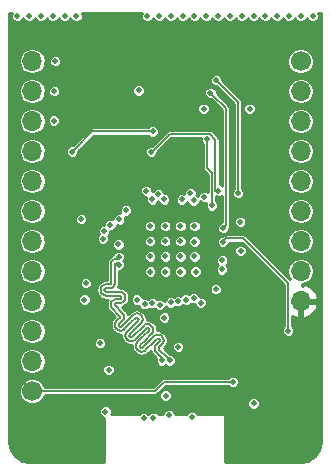
<source format=gbr>
G04 #@! TF.FileFunction,Copper,L3,Inr,Signal*
%FSLAX46Y46*%
G04 Gerber Fmt 4.6, Leading zero omitted, Abs format (unit mm)*
G04 Created by KiCad (PCBNEW 4.0.7) date Monday, December 25, 2017 'AMt' 07:55:09 AM*
%MOMM*%
%LPD*%
G01*
G04 APERTURE LIST*
%ADD10C,0.100000*%
%ADD11C,1.700000*%
%ADD12O,1.700000X1.700000*%
%ADD13C,0.500000*%
%ADD14C,0.150000*%
%ADD15C,0.254000*%
G04 APERTURE END LIST*
D10*
D11*
X22250000Y-62660000D03*
D12*
X22250000Y-60120000D03*
X22250000Y-57580000D03*
X22250000Y-55040000D03*
X22250000Y-52500000D03*
X22250000Y-49960000D03*
X22250000Y-47420000D03*
X22250000Y-44880000D03*
X22250000Y-42340000D03*
X22250000Y-39800000D03*
X22250000Y-37260000D03*
X22250000Y-34720000D03*
D11*
X45000000Y-34720000D03*
D12*
X45000000Y-37260000D03*
X45000000Y-39800000D03*
X45000000Y-42340000D03*
X45000000Y-44880000D03*
X45000000Y-47420000D03*
X45000000Y-49960000D03*
X45000000Y-52500000D03*
X45000000Y-55040000D03*
D13*
X46000000Y-30900000D03*
X45000000Y-30900000D03*
X44000000Y-30900000D03*
X26000000Y-30906931D03*
X25000000Y-30906931D03*
X24000000Y-30906931D03*
X23000000Y-30906931D03*
X22000000Y-30906931D03*
X20981805Y-30906931D03*
X43000000Y-30900000D03*
X42000000Y-30900000D03*
X41000000Y-30900000D03*
X40000000Y-30900000D03*
X39000000Y-30900000D03*
X38000000Y-30900000D03*
X37000000Y-30900000D03*
X36000000Y-30900000D03*
X35000000Y-30900000D03*
X34000000Y-30900000D03*
X33000000Y-30900000D03*
X32000000Y-30900000D03*
X26568685Y-60872075D03*
X39870000Y-56550000D03*
X27030000Y-64970000D03*
X39000000Y-55100000D03*
X38400000Y-59800000D03*
X30425381Y-35951090D03*
X25000000Y-38500000D03*
X25093146Y-54391548D03*
X31425000Y-46225000D03*
X28460000Y-64390000D03*
X31270000Y-37200000D03*
X41000000Y-63700000D03*
X28000000Y-58600000D03*
X26400000Y-48100000D03*
X33550000Y-63033000D03*
X32237500Y-52537500D03*
X33525000Y-52537500D03*
X33525000Y-52537500D03*
X34812500Y-52537500D03*
X36100000Y-52537500D03*
X36000000Y-51250000D03*
X34812500Y-51250000D03*
X32237500Y-51250000D03*
X33525000Y-51250000D03*
X32237500Y-49962500D03*
X33525000Y-49962500D03*
X34812500Y-49962500D03*
X34812500Y-49962500D03*
X36000000Y-50000000D03*
X36000000Y-48675000D03*
X34812500Y-48675000D03*
X33525000Y-48675000D03*
X32237500Y-48675000D03*
X31918750Y-45706250D03*
X31714000Y-64963000D03*
X35791000Y-64837000D03*
X29550000Y-50225000D03*
X28725000Y-60850000D03*
X39260000Y-61875000D03*
X43924999Y-57524999D03*
X38400000Y-50025000D03*
X28243787Y-49749990D03*
X32418750Y-46431250D03*
X34646239Y-55040610D03*
X32918750Y-45981250D03*
X33425000Y-46425000D03*
X34925000Y-46425000D03*
X35646587Y-45915960D03*
X35918750Y-46506250D03*
X36819605Y-46208628D03*
X37800000Y-54025000D03*
X35925000Y-54775000D03*
X35283447Y-54912232D03*
X34005211Y-55148307D03*
X33425000Y-56425000D03*
X33055199Y-55351253D03*
X32423295Y-55198898D03*
X31781194Y-55299999D03*
X31128965Y-54910095D03*
X28335441Y-49106472D03*
X24100000Y-39750000D03*
X28878451Y-48571292D03*
X24115000Y-37260000D03*
X29630475Y-48114705D03*
X24200000Y-34720000D03*
X30200000Y-47350000D03*
X36525000Y-55175000D03*
X26680551Y-54914993D03*
X34613246Y-58904948D03*
X26811433Y-53511870D03*
X33239245Y-60061252D03*
X29580630Y-51291778D03*
X33919245Y-60061252D03*
X29580630Y-51971778D03*
X39900000Y-50775000D03*
X38318750Y-52356250D03*
X39875000Y-48324998D03*
X38350000Y-51575000D03*
X40675000Y-38750000D03*
X36775000Y-38750000D03*
X25646409Y-42375538D03*
X32475000Y-40675000D03*
X37825000Y-36325000D03*
X39700000Y-45900000D03*
X37049979Y-41350000D03*
X37475000Y-46925000D03*
X32325000Y-42400000D03*
X38000000Y-45675000D03*
X37349990Y-37400000D03*
X38425000Y-48850000D03*
X32500000Y-64911000D03*
X33852000Y-64680000D03*
D14*
X25093146Y-59396536D02*
X26318686Y-60622076D01*
X25093146Y-54391548D02*
X25093146Y-59396536D01*
X26318686Y-60622076D02*
X26568685Y-60872075D01*
X25000000Y-38500000D02*
X25200000Y-38700000D01*
X32620000Y-62660000D02*
X33405000Y-61875000D01*
X33405000Y-61875000D02*
X39260000Y-61875000D01*
X22250000Y-62660000D02*
X32620000Y-62660000D01*
X40150000Y-49725000D02*
X43924999Y-53499999D01*
X43924999Y-53499999D02*
X43924999Y-57524999D01*
X38700000Y-49725000D02*
X40150000Y-49725000D01*
X38400000Y-50025000D02*
X38700000Y-49725000D01*
X29375265Y-54864000D02*
X29274626Y-54875339D01*
X33024355Y-58273655D02*
X33038928Y-58303917D01*
X29745765Y-54596725D02*
X29769516Y-54620476D01*
X30153036Y-57885634D02*
X30153036Y-57986909D01*
X29769516Y-54807523D02*
X29745765Y-54831274D01*
X30761889Y-57137241D02*
X30282657Y-57616473D01*
X32147978Y-57512050D02*
X32133403Y-57542312D01*
X32977151Y-58226451D02*
X33003412Y-58247393D01*
X29798481Y-54747378D02*
X29787387Y-54779082D01*
X28142428Y-54393717D02*
X28214041Y-54465330D01*
X29648200Y-56256897D02*
X29669142Y-56283158D01*
X30761891Y-57137243D02*
X30761889Y-57137241D01*
X31242452Y-56651361D02*
X31221510Y-56677623D01*
X30219513Y-58176891D02*
X30282657Y-58256071D01*
X30549759Y-56925111D02*
X30666431Y-56808438D01*
X32639834Y-58886444D02*
X32617298Y-58985180D01*
X31264500Y-56588351D02*
X31257027Y-56621099D01*
X31852430Y-59186246D02*
X32554400Y-58484274D01*
X32946887Y-58211876D02*
X32977151Y-58226451D01*
X28496023Y-54564000D02*
X29652241Y-54564000D01*
X32746918Y-59355615D02*
X33239245Y-59847942D01*
X28043759Y-54111735D02*
X28055098Y-54212374D01*
X28142428Y-53774282D02*
X28088547Y-53860034D01*
X31682004Y-59293331D02*
X31773250Y-59249390D01*
X28923000Y-55531697D02*
X29648200Y-56256897D01*
X29769516Y-54620476D02*
X29787387Y-54648917D01*
X29669142Y-56283158D02*
X29683716Y-56313421D01*
X28214041Y-54465330D02*
X28299793Y-54519211D01*
X29648200Y-56469029D02*
X29391706Y-56725522D01*
X29652241Y-54564000D02*
X29685620Y-54567760D01*
X29274626Y-54875339D02*
X29179035Y-54908788D01*
X31035639Y-56444548D02*
X31065903Y-56429975D01*
X29430931Y-57404344D02*
X29510111Y-57467488D01*
X28055098Y-53955625D02*
X28043759Y-54056264D01*
X29801367Y-57533965D02*
X29900103Y-57511429D01*
X31900329Y-57356442D02*
X31926590Y-57335499D01*
X29652241Y-54864000D02*
X29375265Y-54864000D01*
X28838082Y-53589145D02*
X28806378Y-53600239D01*
X29391706Y-56725522D02*
X29328562Y-56804702D01*
X31043987Y-58776585D02*
X31043987Y-58877860D01*
X28923000Y-53454000D02*
X28919239Y-53487378D01*
X30591042Y-58424916D02*
X30692317Y-58424916D01*
X32617297Y-59086454D02*
X32639833Y-59185190D01*
X31066523Y-58976596D02*
X31110464Y-59067842D01*
X28866523Y-53571274D02*
X28838082Y-53589145D01*
X32880551Y-58204402D02*
X32914141Y-58204403D01*
X32086200Y-57335500D02*
X32112461Y-57356442D01*
X29328562Y-56804702D02*
X29284621Y-56895947D01*
X33046403Y-58336665D02*
X33046402Y-58370253D01*
X32133403Y-57542312D02*
X32112461Y-57568574D01*
X28773000Y-53604000D02*
X28496023Y-53604000D01*
X29683716Y-56412505D02*
X29669142Y-56442768D01*
X29717324Y-54849145D02*
X29685620Y-54860239D01*
X29510111Y-57467488D02*
X29601356Y-57511429D01*
X31583268Y-59315867D02*
X31682004Y-59293331D01*
X29580630Y-51291778D02*
X29405629Y-51466779D01*
X31110464Y-59067842D02*
X31173608Y-59147022D01*
X32112461Y-57356442D02*
X32133404Y-57382704D01*
X28088547Y-53860034D02*
X28055098Y-53955625D01*
X29669142Y-56442768D02*
X29648200Y-56469029D01*
X29787387Y-54648917D02*
X29798481Y-54680621D01*
X30401061Y-58358439D02*
X30492306Y-58402380D01*
X28908145Y-53519082D02*
X28890274Y-53547523D01*
X31221510Y-56465491D02*
X31242453Y-56491753D01*
X28088547Y-54307965D02*
X28142428Y-54393717D01*
X33239245Y-59847942D02*
X33239245Y-60061252D01*
X28967789Y-55120034D02*
X28934340Y-55215625D01*
X29798481Y-54680621D02*
X29802241Y-54714000D01*
X30175572Y-57786898D02*
X30153036Y-57885634D01*
X32639833Y-59185190D02*
X32683774Y-59276435D01*
X29262085Y-56994683D02*
X29262085Y-57095958D01*
X29685620Y-54567760D02*
X29717324Y-54578854D01*
X29717324Y-54578854D02*
X29745765Y-54596725D01*
X31926590Y-57335499D02*
X31956854Y-57320926D01*
X31065903Y-56429975D02*
X31098649Y-56422500D01*
X29405629Y-51466779D02*
X29209877Y-51466779D01*
X29991349Y-57467488D02*
X30070529Y-57404344D01*
X30882299Y-58358439D02*
X30961479Y-58295295D01*
X28395384Y-54552660D02*
X28496023Y-54564000D01*
X31481993Y-59315867D02*
X31583268Y-59315867D01*
X32683775Y-58795199D02*
X32639834Y-58886444D01*
X29209877Y-51466779D02*
X28923000Y-51753656D01*
X28923000Y-51753656D02*
X28923000Y-53454000D01*
X28919239Y-53487378D02*
X28908145Y-53519082D01*
X33024354Y-58433263D02*
X33003412Y-58459525D01*
X28890274Y-53547523D02*
X28866523Y-53571274D01*
X28806378Y-53600239D02*
X28773000Y-53604000D01*
X28496023Y-53604000D02*
X28395384Y-53615339D01*
X28395384Y-53615339D02*
X28299793Y-53648788D01*
X28299793Y-53648788D02*
X28214041Y-53702669D01*
X29691191Y-56346168D02*
X29691191Y-56379758D01*
X29179035Y-54908788D02*
X29093283Y-54962669D01*
X28214041Y-53702669D02*
X28142428Y-53774282D01*
X29021670Y-55034282D02*
X28967789Y-55120034D01*
X28043759Y-54056264D02*
X28043759Y-54111735D01*
X30153036Y-57986909D02*
X30175572Y-58085645D01*
X28055098Y-54212374D02*
X28088547Y-54307965D01*
X31009378Y-56465491D02*
X31035639Y-56444548D01*
X28299793Y-54519211D02*
X28395384Y-54552660D01*
X31164985Y-56429974D02*
X31195249Y-56444549D01*
X29802241Y-54714000D02*
X29798481Y-54747378D01*
X32133404Y-57382704D02*
X32147977Y-57412966D01*
X29787387Y-54779082D02*
X29769516Y-54807523D01*
X29745765Y-54831274D02*
X29717324Y-54849145D01*
X29685620Y-54860239D02*
X29652241Y-54864000D01*
X29093283Y-54962669D02*
X29021670Y-55034282D01*
X30549760Y-56925112D02*
X30549759Y-56925111D01*
X30070529Y-57404344D02*
X30549760Y-56925112D01*
X28934340Y-55215625D02*
X28923000Y-55316264D01*
X28923000Y-55316264D02*
X28923000Y-55531697D01*
X29683716Y-56313421D02*
X29691191Y-56346168D01*
X29691191Y-56379758D02*
X29683716Y-56412505D01*
X30791053Y-58402380D02*
X30882299Y-58358439D01*
X29284621Y-56895947D02*
X29262085Y-56994683D01*
X29262085Y-57095958D02*
X29284621Y-57194694D01*
X29284621Y-57194694D02*
X29328562Y-57285939D01*
X29328562Y-57285939D02*
X29391706Y-57365119D01*
X29391706Y-57365119D02*
X29430931Y-57404344D01*
X29601356Y-57511429D02*
X29700092Y-57533965D01*
X29700092Y-57533965D02*
X29801367Y-57533965D01*
X29900103Y-57511429D02*
X29991349Y-57467488D01*
X30666431Y-56808438D02*
X31009378Y-56465491D01*
X31440710Y-57816062D02*
X31557382Y-57699389D01*
X31098649Y-56422500D02*
X31132239Y-56422501D01*
X30282657Y-58256071D02*
X30321881Y-58295295D01*
X31132239Y-56422501D02*
X31164985Y-56429974D01*
X31195249Y-56444549D02*
X31221510Y-56465491D01*
X31242453Y-56491753D02*
X31257026Y-56522015D01*
X31257026Y-56522015D02*
X31264501Y-56554763D01*
X31264501Y-56554763D02*
X31264500Y-56588351D01*
X31257027Y-56621099D02*
X31242452Y-56651361D01*
X31221510Y-56677623D02*
X30761891Y-57137243D01*
X30282657Y-57616473D02*
X30219513Y-57695653D01*
X30219513Y-57695653D02*
X30175572Y-57786898D01*
X30175572Y-58085645D02*
X30219513Y-58176891D01*
X30321881Y-58295295D02*
X30401061Y-58358439D01*
X30492306Y-58402380D02*
X30591042Y-58424916D01*
X30692317Y-58424916D02*
X30791053Y-58402380D01*
X30961479Y-58295295D02*
X31440710Y-57816062D01*
X31557382Y-57699389D02*
X31900329Y-57356442D01*
X31956854Y-57320926D02*
X31989600Y-57313451D01*
X31989600Y-57313451D02*
X32023190Y-57313452D01*
X32023190Y-57313452D02*
X32055936Y-57320925D01*
X32055936Y-57320925D02*
X32086200Y-57335500D01*
X32147977Y-57412966D02*
X32155452Y-57445714D01*
X32155452Y-57445714D02*
X32155451Y-57479302D01*
X32155451Y-57479302D02*
X32147978Y-57512050D01*
X32112461Y-57568574D02*
X31652842Y-58028194D01*
X31652842Y-58028194D02*
X31652840Y-58028192D01*
X31652840Y-58028192D02*
X31173608Y-58507424D01*
X31173608Y-58507424D02*
X31110464Y-58586604D01*
X31110464Y-58586604D02*
X31066523Y-58677849D01*
X31066523Y-58677849D02*
X31043987Y-58776585D01*
X31043987Y-58877860D02*
X31066523Y-58976596D01*
X31173608Y-59147022D02*
X31212832Y-59186246D01*
X31212832Y-59186246D02*
X31292012Y-59249390D01*
X31292012Y-59249390D02*
X31383257Y-59293331D01*
X31383257Y-59293331D02*
X31481993Y-59315867D01*
X31773250Y-59249390D02*
X31852430Y-59186246D01*
X32554400Y-58484274D02*
X32791280Y-58247393D01*
X32791280Y-58247393D02*
X32817541Y-58226450D01*
X32817541Y-58226450D02*
X32847805Y-58211877D01*
X32847805Y-58211877D02*
X32880551Y-58204402D01*
X32914141Y-58204403D02*
X32946887Y-58211876D01*
X32617298Y-58985180D02*
X32617297Y-59086454D01*
X33003412Y-58247393D02*
X33024355Y-58273655D01*
X33038928Y-58303917D02*
X33046403Y-58336665D01*
X33003412Y-58459525D02*
X32746919Y-58716019D01*
X33046402Y-58370253D02*
X33038929Y-58403001D01*
X33038929Y-58403001D02*
X33024354Y-58433263D01*
X32746919Y-58716019D02*
X32683775Y-58795199D01*
X32683774Y-59276435D02*
X32746918Y-59355615D01*
X31515837Y-58976279D02*
X31549426Y-58976279D01*
X29580630Y-51971778D02*
X29405629Y-51796777D01*
X29405629Y-51796777D02*
X29346567Y-51796777D01*
X30030779Y-56312326D02*
X30030779Y-56413601D01*
X29082717Y-53835330D02*
X28996965Y-53889211D01*
X30795646Y-56212534D02*
X30874826Y-56149390D01*
X32247015Y-57040341D02*
X32326195Y-57103485D01*
X28430235Y-54201274D02*
X28458676Y-54219145D01*
X31537612Y-56330938D02*
X31581553Y-56422183D01*
X32365419Y-57142709D02*
X32428563Y-57221889D01*
X29346567Y-51796777D02*
X29253000Y-51890344D01*
X31549426Y-58976279D02*
X31582173Y-58968805D01*
X31474468Y-56251758D02*
X31537612Y-56330938D01*
X28901374Y-53922660D02*
X28800735Y-53934000D01*
X32495040Y-57411870D02*
X32495039Y-57513144D01*
X29964301Y-56122344D02*
X30008243Y-56213590D01*
X29876207Y-55149211D02*
X29780616Y-55182660D01*
X29601673Y-57062115D02*
X29609147Y-57094862D01*
X29154330Y-53763717D02*
X29082717Y-53835330D01*
X29253000Y-51890344D02*
X29253000Y-53481735D01*
X29679977Y-54234000D02*
X29780616Y-54245339D01*
X30008243Y-56213590D02*
X30030779Y-56312326D01*
X30120902Y-54842374D02*
X30087453Y-54937965D01*
X29780616Y-54245339D02*
X29876207Y-54278788D01*
X30878562Y-57487259D02*
X30535615Y-57830206D01*
X29601673Y-57028526D02*
X29601673Y-57062115D01*
X29253000Y-53481735D02*
X29241660Y-53582374D01*
X29241660Y-53582374D02*
X29208211Y-53677965D01*
X30033572Y-55023717D02*
X29961959Y-55095330D01*
X30132241Y-54741735D02*
X30120902Y-54842374D01*
X30087453Y-54490034D02*
X30120902Y-54585625D01*
X31383575Y-58810428D02*
X31383575Y-58844017D01*
X29208211Y-53677965D02*
X29154330Y-53763717D01*
X29309477Y-55226725D02*
X29285726Y-55250476D01*
X31638698Y-58933289D02*
X32577548Y-57994436D01*
X28377519Y-54117378D02*
X28388613Y-54149082D01*
X30721485Y-58063280D02*
X30747747Y-58042338D01*
X28458676Y-53948854D02*
X28430235Y-53966725D01*
X28388613Y-54149082D02*
X28406484Y-54177523D01*
X29285726Y-55250476D02*
X29267855Y-55278917D01*
X29961959Y-54332669D02*
X30033572Y-54404282D01*
X32057032Y-56973863D02*
X32155768Y-56996399D01*
X28996965Y-53889211D02*
X28901374Y-53922660D01*
X28800735Y-53934000D02*
X28523759Y-53934000D01*
X30033572Y-54404282D02*
X30087453Y-54490034D01*
X28406484Y-54177523D02*
X28430235Y-54201274D01*
X28490380Y-54230239D02*
X28523759Y-54234000D01*
X28430235Y-53966725D02*
X28406484Y-53990476D01*
X28523759Y-53934000D02*
X28490380Y-53937760D01*
X33363455Y-58204085D02*
X33385991Y-58302821D01*
X29253000Y-55395007D02*
X29901157Y-56043164D01*
X28490380Y-53937760D02*
X28458676Y-53948854D01*
X28406484Y-53990476D02*
X28388613Y-54018917D01*
X29876207Y-54278788D02*
X29961959Y-54332669D01*
X29830534Y-57172328D02*
X29856796Y-57151386D01*
X29267855Y-55278917D02*
X29256761Y-55310621D01*
X28388613Y-54018917D02*
X28377519Y-54050621D01*
X28523759Y-54234000D02*
X29679977Y-54234000D01*
X30691222Y-58077854D02*
X30721485Y-58063280D01*
X29780616Y-55182660D02*
X29679977Y-55194000D01*
X29256761Y-55310621D02*
X29253000Y-55344000D01*
X28377519Y-54050621D02*
X28373759Y-54084000D01*
X28373759Y-54084000D02*
X28377519Y-54117378D01*
X30624886Y-58085328D02*
X30658475Y-58085328D01*
X33236758Y-58692870D02*
X32999876Y-58929749D01*
X28458676Y-54219145D02*
X28490380Y-54230239D01*
X30120902Y-54585625D02*
X30132241Y-54686264D01*
X31581552Y-56720929D02*
X31537612Y-56812176D01*
X30132241Y-54686264D02*
X30132241Y-54741735D01*
X31955758Y-56973864D02*
X32057032Y-56973863D01*
X32656728Y-57931292D02*
X32747973Y-57887351D01*
X30087453Y-54937965D02*
X30033572Y-55023717D01*
X29961959Y-55095330D02*
X29876207Y-55149211D01*
X29670925Y-57172328D02*
X29701188Y-57186902D01*
X30030779Y-56413601D02*
X30008243Y-56512336D01*
X29679977Y-55194000D02*
X29403000Y-55194000D01*
X30874826Y-56149390D02*
X30966071Y-56105449D01*
X29403000Y-55194000D02*
X29369622Y-55197760D01*
X30500098Y-57985813D02*
X30514672Y-58016076D01*
X29369622Y-55197760D02*
X29337918Y-55208854D01*
X32345807Y-57801919D02*
X31769513Y-58378210D01*
X29701188Y-57186902D02*
X29733935Y-57194376D01*
X30561876Y-58063280D02*
X30592139Y-58077854D01*
X29337918Y-55208854D02*
X29309477Y-55226725D01*
X32428563Y-57703127D02*
X32365419Y-57782307D01*
X29253000Y-55344000D02*
X29253000Y-55395007D01*
X31604088Y-56622193D02*
X31581552Y-56720929D01*
X30747747Y-58042338D02*
X31686597Y-57103485D01*
X29901157Y-56043164D02*
X29964301Y-56122344D01*
X30008243Y-56512336D02*
X29964301Y-56603582D01*
X33256370Y-58673258D02*
X33236758Y-58692870D01*
X29964301Y-56603582D02*
X29901157Y-56682762D01*
X29901157Y-56682762D02*
X29644664Y-56939254D01*
X32472504Y-57313134D02*
X32495040Y-57411870D01*
X29644664Y-56939254D02*
X29623721Y-56965515D01*
X29733935Y-57194376D02*
X29767524Y-57194376D01*
X29623721Y-56965515D02*
X29609147Y-56995778D01*
X31454856Y-56910968D02*
X30878562Y-57487259D01*
X31686597Y-57103485D02*
X31765777Y-57040341D01*
X29609147Y-56995778D02*
X29601673Y-57028526D01*
X29609147Y-57094862D02*
X29623721Y-57125125D01*
X29623721Y-57125125D02*
X29644664Y-57151386D01*
X29644664Y-57151386D02*
X29670925Y-57172328D01*
X33319514Y-58112840D02*
X33363455Y-58204085D01*
X29767524Y-57194376D02*
X29800271Y-57186902D01*
X29800271Y-57186902D02*
X29830534Y-57172328D01*
X31604089Y-56520919D02*
X31604088Y-56622193D01*
X32978933Y-58956010D02*
X32964360Y-58986274D01*
X29856796Y-57151386D02*
X30433087Y-56575093D01*
X30433087Y-56575093D02*
X30795646Y-56212534D01*
X33319514Y-58594078D02*
X33256370Y-58673258D01*
X32964360Y-58986274D02*
X32956886Y-59019022D01*
X30966071Y-56105449D02*
X31064807Y-56082913D01*
X32978933Y-59115620D02*
X32999876Y-59141881D01*
X30492624Y-57953066D02*
X30500098Y-57985813D01*
X32495039Y-57513144D02*
X32472503Y-57611880D01*
X31064807Y-56082913D02*
X31166081Y-56082912D01*
X31435244Y-56212534D02*
X31474468Y-56251758D01*
X31166081Y-56082912D02*
X31264817Y-56105448D01*
X31264817Y-56105448D02*
X31356064Y-56149390D01*
X31356064Y-56149390D02*
X31435244Y-56212534D01*
X30535615Y-57830206D02*
X30514672Y-57856467D01*
X32747973Y-57887351D02*
X32846709Y-57864815D01*
X33217146Y-57994436D02*
X33256370Y-58033660D01*
X31581553Y-56422183D02*
X31604089Y-56520919D01*
X32472503Y-57611880D02*
X32428563Y-57703127D01*
X31537612Y-56812176D02*
X31474468Y-56891356D01*
X31474468Y-56891356D02*
X31454856Y-56910968D01*
X30514672Y-57856467D02*
X30500098Y-57886730D01*
X32428563Y-57221889D02*
X32472504Y-57313134D01*
X30500098Y-57886730D02*
X30492624Y-57919477D01*
X30492624Y-57919477D02*
X30492624Y-57953066D01*
X30514672Y-58016076D02*
X30535615Y-58042338D01*
X30535615Y-58042338D02*
X30561876Y-58063280D01*
X30592139Y-58077854D02*
X30624886Y-58085328D01*
X32326195Y-57103485D02*
X32365419Y-57142709D01*
X30658475Y-58085328D02*
X30691222Y-58077854D01*
X31765777Y-57040341D02*
X31857022Y-56996400D01*
X31857022Y-56996400D02*
X31955758Y-56973864D01*
X32155768Y-56996399D02*
X32247015Y-57040341D01*
X32365419Y-57782307D02*
X32345807Y-57801919D01*
X31769513Y-58378210D02*
X31426566Y-58721157D01*
X31426566Y-58721157D02*
X31405623Y-58747418D01*
X31405623Y-58747418D02*
X31391049Y-58777681D01*
X31391049Y-58777681D02*
X31383575Y-58810428D01*
X31383575Y-58844017D02*
X31391049Y-58876764D01*
X31391049Y-58876764D02*
X31405623Y-58907027D01*
X32577548Y-57994436D02*
X32656728Y-57931292D01*
X31405623Y-58907027D02*
X31426566Y-58933289D01*
X31426566Y-58933289D02*
X31452827Y-58954231D01*
X31452827Y-58954231D02*
X31483090Y-58968805D01*
X31483090Y-58968805D02*
X31515837Y-58976279D01*
X31582173Y-58968805D02*
X31612436Y-58954231D01*
X31612436Y-58954231D02*
X31638698Y-58933289D01*
X32846709Y-57864815D02*
X32947983Y-57864814D01*
X32947983Y-57864814D02*
X33046719Y-57887350D01*
X33046719Y-57887350D02*
X33137966Y-57931292D01*
X33137966Y-57931292D02*
X33217146Y-57994436D01*
X33256370Y-58033660D02*
X33319514Y-58112840D01*
X33385991Y-58302821D02*
X33385990Y-58404095D01*
X32999876Y-59141881D02*
X33664054Y-59806061D01*
X33385990Y-58404095D02*
X33363454Y-58502831D01*
X33363454Y-58502831D02*
X33319514Y-58594078D01*
X32999876Y-58929749D02*
X32978933Y-58956010D01*
X32956886Y-59019022D02*
X32956885Y-59052610D01*
X32956885Y-59052610D02*
X32964360Y-59085358D01*
X32964360Y-59085358D02*
X32978933Y-59115620D01*
X33664054Y-59806061D02*
X33919245Y-60061252D01*
X25896408Y-42125539D02*
X25646409Y-42375538D01*
X27346947Y-40675000D02*
X25896408Y-42125539D01*
X32475000Y-40675000D02*
X27346947Y-40675000D01*
X38074999Y-36574999D02*
X37825000Y-36325000D01*
X39700000Y-38200000D02*
X38074999Y-36574999D01*
X39700000Y-45900000D02*
X39700000Y-38200000D01*
X37049979Y-43744984D02*
X37049979Y-41703553D01*
X37475000Y-44170005D02*
X37049979Y-43744984D01*
X37475000Y-46925000D02*
X37475000Y-44170005D01*
X37049979Y-41703553D02*
X37049979Y-41350000D01*
X33900001Y-40874999D02*
X32375000Y-42400000D01*
X32375000Y-42400000D02*
X32325000Y-42400000D01*
X37775007Y-41372026D02*
X37277980Y-40874999D01*
X38000000Y-45675000D02*
X37775010Y-45675000D01*
X37775010Y-45675000D02*
X37775007Y-41372026D01*
X37277980Y-40874999D02*
X33900001Y-40874999D01*
X37599989Y-37649999D02*
X37349990Y-37400000D01*
X38674999Y-38725009D02*
X37599989Y-37649999D01*
X38425000Y-48850000D02*
X38674999Y-48600001D01*
X38674999Y-48600001D02*
X38674999Y-38725009D01*
D15*
G36*
X20454896Y-30801644D02*
X20454713Y-31011298D01*
X20534775Y-31205063D01*
X20682893Y-31353440D01*
X20876518Y-31433840D01*
X21086172Y-31434023D01*
X21279937Y-31353961D01*
X21428314Y-31205843D01*
X21490957Y-31054981D01*
X21552970Y-31205063D01*
X21701088Y-31353440D01*
X21894713Y-31433840D01*
X22104367Y-31434023D01*
X22298132Y-31353961D01*
X22446509Y-31205843D01*
X22500032Y-31076944D01*
X22552970Y-31205063D01*
X22701088Y-31353440D01*
X22894713Y-31433840D01*
X23104367Y-31434023D01*
X23298132Y-31353961D01*
X23446509Y-31205843D01*
X23500032Y-31076944D01*
X23552970Y-31205063D01*
X23701088Y-31353440D01*
X23894713Y-31433840D01*
X24104367Y-31434023D01*
X24298132Y-31353961D01*
X24446509Y-31205843D01*
X24500032Y-31076944D01*
X24552970Y-31205063D01*
X24701088Y-31353440D01*
X24894713Y-31433840D01*
X25104367Y-31434023D01*
X25298132Y-31353961D01*
X25446509Y-31205843D01*
X25500032Y-31076944D01*
X25552970Y-31205063D01*
X25701088Y-31353440D01*
X25894713Y-31433840D01*
X26104367Y-31434023D01*
X26298132Y-31353961D01*
X26446509Y-31205843D01*
X26526909Y-31012218D01*
X26527092Y-30802564D01*
X26454550Y-30627000D01*
X31542731Y-30627000D01*
X31473091Y-30794713D01*
X31472908Y-31004367D01*
X31552970Y-31198132D01*
X31701088Y-31346509D01*
X31894713Y-31426909D01*
X32104367Y-31427092D01*
X32298132Y-31347030D01*
X32446509Y-31198912D01*
X32500032Y-31070013D01*
X32552970Y-31198132D01*
X32701088Y-31346509D01*
X32894713Y-31426909D01*
X33104367Y-31427092D01*
X33298132Y-31347030D01*
X33446509Y-31198912D01*
X33500032Y-31070013D01*
X33552970Y-31198132D01*
X33701088Y-31346509D01*
X33894713Y-31426909D01*
X34104367Y-31427092D01*
X34298132Y-31347030D01*
X34446509Y-31198912D01*
X34500032Y-31070013D01*
X34552970Y-31198132D01*
X34701088Y-31346509D01*
X34894713Y-31426909D01*
X35104367Y-31427092D01*
X35298132Y-31347030D01*
X35446509Y-31198912D01*
X35500032Y-31070013D01*
X35552970Y-31198132D01*
X35701088Y-31346509D01*
X35894713Y-31426909D01*
X36104367Y-31427092D01*
X36298132Y-31347030D01*
X36446509Y-31198912D01*
X36500032Y-31070013D01*
X36552970Y-31198132D01*
X36701088Y-31346509D01*
X36894713Y-31426909D01*
X37104367Y-31427092D01*
X37298132Y-31347030D01*
X37446509Y-31198912D01*
X37500032Y-31070013D01*
X37552970Y-31198132D01*
X37701088Y-31346509D01*
X37894713Y-31426909D01*
X38104367Y-31427092D01*
X38298132Y-31347030D01*
X38446509Y-31198912D01*
X38500032Y-31070013D01*
X38552970Y-31198132D01*
X38701088Y-31346509D01*
X38894713Y-31426909D01*
X39104367Y-31427092D01*
X39298132Y-31347030D01*
X39446509Y-31198912D01*
X39500032Y-31070013D01*
X39552970Y-31198132D01*
X39701088Y-31346509D01*
X39894713Y-31426909D01*
X40104367Y-31427092D01*
X40298132Y-31347030D01*
X40446509Y-31198912D01*
X40500032Y-31070013D01*
X40552970Y-31198132D01*
X40701088Y-31346509D01*
X40894713Y-31426909D01*
X41104367Y-31427092D01*
X41298132Y-31347030D01*
X41446509Y-31198912D01*
X41500032Y-31070013D01*
X41552970Y-31198132D01*
X41701088Y-31346509D01*
X41894713Y-31426909D01*
X42104367Y-31427092D01*
X42298132Y-31347030D01*
X42446509Y-31198912D01*
X42500032Y-31070013D01*
X42552970Y-31198132D01*
X42701088Y-31346509D01*
X42894713Y-31426909D01*
X43104367Y-31427092D01*
X43298132Y-31347030D01*
X43446509Y-31198912D01*
X43500032Y-31070013D01*
X43552970Y-31198132D01*
X43701088Y-31346509D01*
X43894713Y-31426909D01*
X44104367Y-31427092D01*
X44298132Y-31347030D01*
X44446509Y-31198912D01*
X44500032Y-31070013D01*
X44552970Y-31198132D01*
X44701088Y-31346509D01*
X44894713Y-31426909D01*
X45104367Y-31427092D01*
X45298132Y-31347030D01*
X45446509Y-31198912D01*
X45500032Y-31070013D01*
X45552970Y-31198132D01*
X45701088Y-31346509D01*
X45894713Y-31426909D01*
X46104367Y-31427092D01*
X46298132Y-31347030D01*
X46446509Y-31198912D01*
X46526909Y-31005287D01*
X46527092Y-30795633D01*
X46457414Y-30627000D01*
X46673000Y-30627000D01*
X46673000Y-66967793D01*
X46539731Y-67637778D01*
X46178460Y-68178460D01*
X45637778Y-68539731D01*
X44967792Y-68673000D01*
X38577000Y-68673000D01*
X38577000Y-64750000D01*
X38566994Y-64700590D01*
X38538553Y-64658965D01*
X38496159Y-64631685D01*
X38450000Y-64623000D01*
X36272793Y-64623000D01*
X36238030Y-64538868D01*
X36089912Y-64390491D01*
X35896287Y-64310091D01*
X35686633Y-64309908D01*
X35492868Y-64389970D01*
X35344491Y-64538088D01*
X35309233Y-64623000D01*
X34379051Y-64623000D01*
X34379092Y-64575633D01*
X34299030Y-64381868D01*
X34150912Y-64233491D01*
X33957287Y-64153091D01*
X33747633Y-64152908D01*
X33553868Y-64232970D01*
X33405491Y-64381088D01*
X33325091Y-64574713D01*
X33325049Y-64623000D01*
X32951216Y-64623000D01*
X32947030Y-64612868D01*
X32798912Y-64464491D01*
X32605287Y-64384091D01*
X32395633Y-64383908D01*
X32201868Y-64463970D01*
X32080964Y-64584662D01*
X32012912Y-64516491D01*
X31819287Y-64436091D01*
X31609633Y-64435908D01*
X31415868Y-64515970D01*
X31308651Y-64623000D01*
X28933878Y-64623000D01*
X28986909Y-64495287D01*
X28987092Y-64285633D01*
X28907030Y-64091868D01*
X28758912Y-63943491D01*
X28565287Y-63863091D01*
X28355633Y-63862908D01*
X28161868Y-63942970D01*
X28013491Y-64091088D01*
X27933091Y-64284713D01*
X27932908Y-64494367D01*
X28012970Y-64688132D01*
X28161088Y-64836509D01*
X28298000Y-64893360D01*
X28298000Y-68673000D01*
X22032207Y-68673000D01*
X21362222Y-68539731D01*
X20821540Y-68178460D01*
X20460269Y-67637778D01*
X20327000Y-66967792D01*
X20327000Y-63804367D01*
X40472908Y-63804367D01*
X40552970Y-63998132D01*
X40701088Y-64146509D01*
X40894713Y-64226909D01*
X41104367Y-64227092D01*
X41298132Y-64147030D01*
X41446509Y-63998912D01*
X41526909Y-63805287D01*
X41527092Y-63595633D01*
X41447030Y-63401868D01*
X41298912Y-63253491D01*
X41105287Y-63173091D01*
X40895633Y-63172908D01*
X40701868Y-63252970D01*
X40553491Y-63401088D01*
X40473091Y-63594713D01*
X40472908Y-63804367D01*
X20327000Y-63804367D01*
X20327000Y-62883191D01*
X21122805Y-62883191D01*
X21294019Y-63297560D01*
X21610772Y-63614867D01*
X22024842Y-63786804D01*
X22473191Y-63787195D01*
X22887560Y-63615981D01*
X23204867Y-63299228D01*
X23272077Y-63137367D01*
X33022908Y-63137367D01*
X33102970Y-63331132D01*
X33251088Y-63479509D01*
X33444713Y-63559909D01*
X33654367Y-63560092D01*
X33848132Y-63480030D01*
X33996509Y-63331912D01*
X34076909Y-63138287D01*
X34077092Y-62928633D01*
X33997030Y-62734868D01*
X33848912Y-62586491D01*
X33655287Y-62506091D01*
X33445633Y-62505908D01*
X33251868Y-62585970D01*
X33103491Y-62734088D01*
X33023091Y-62927713D01*
X33022908Y-63137367D01*
X23272077Y-63137367D01*
X23324135Y-63012000D01*
X32619995Y-63012000D01*
X32620000Y-63012001D01*
X32754705Y-62985206D01*
X32868902Y-62908902D01*
X33550803Y-62227000D01*
X38866744Y-62227000D01*
X38961088Y-62321509D01*
X39154713Y-62401909D01*
X39364367Y-62402092D01*
X39558132Y-62322030D01*
X39706509Y-62173912D01*
X39786909Y-61980287D01*
X39787092Y-61770633D01*
X39707030Y-61576868D01*
X39558912Y-61428491D01*
X39365287Y-61348091D01*
X39155633Y-61347908D01*
X38961868Y-61427970D01*
X38866672Y-61523000D01*
X33405005Y-61523000D01*
X33405000Y-61522999D01*
X33292644Y-61545348D01*
X33270295Y-61549794D01*
X33156098Y-61626098D01*
X33156096Y-61626101D01*
X32474196Y-62308000D01*
X23323972Y-62308000D01*
X23205981Y-62022440D01*
X22889228Y-61705133D01*
X22475158Y-61533196D01*
X22026809Y-61532805D01*
X21612440Y-61704019D01*
X21295133Y-62020772D01*
X21123196Y-62434842D01*
X21122805Y-62883191D01*
X20327000Y-62883191D01*
X20327000Y-60120000D01*
X21100921Y-60120000D01*
X21186709Y-60551284D01*
X21431012Y-60916909D01*
X21796637Y-61161212D01*
X22227921Y-61247000D01*
X22272079Y-61247000D01*
X22703363Y-61161212D01*
X23012928Y-60954367D01*
X28197908Y-60954367D01*
X28277970Y-61148132D01*
X28426088Y-61296509D01*
X28619713Y-61376909D01*
X28829367Y-61377092D01*
X29023132Y-61297030D01*
X29171509Y-61148912D01*
X29251909Y-60955287D01*
X29252092Y-60745633D01*
X29172030Y-60551868D01*
X29023912Y-60403491D01*
X28830287Y-60323091D01*
X28620633Y-60322908D01*
X28426868Y-60402970D01*
X28278491Y-60551088D01*
X28198091Y-60744713D01*
X28197908Y-60954367D01*
X23012928Y-60954367D01*
X23068988Y-60916909D01*
X23313291Y-60551284D01*
X23399079Y-60120000D01*
X23313291Y-59688716D01*
X23068988Y-59323091D01*
X22703363Y-59078788D01*
X22272079Y-58993000D01*
X22227921Y-58993000D01*
X21796637Y-59078788D01*
X21431012Y-59323091D01*
X21186709Y-59688716D01*
X21100921Y-60120000D01*
X20327000Y-60120000D01*
X20327000Y-57580000D01*
X21100921Y-57580000D01*
X21186709Y-58011284D01*
X21431012Y-58376909D01*
X21796637Y-58621212D01*
X22227921Y-58707000D01*
X22272079Y-58707000D01*
X22285315Y-58704367D01*
X27472908Y-58704367D01*
X27552970Y-58898132D01*
X27701088Y-59046509D01*
X27894713Y-59126909D01*
X28104367Y-59127092D01*
X28298132Y-59047030D01*
X28446509Y-58898912D01*
X28526909Y-58705287D01*
X28527092Y-58495633D01*
X28447030Y-58301868D01*
X28298912Y-58153491D01*
X28105287Y-58073091D01*
X27895633Y-58072908D01*
X27701868Y-58152970D01*
X27553491Y-58301088D01*
X27473091Y-58494713D01*
X27472908Y-58704367D01*
X22285315Y-58704367D01*
X22703363Y-58621212D01*
X23068988Y-58376909D01*
X23313291Y-58011284D01*
X23399079Y-57580000D01*
X23313291Y-57148716D01*
X23068988Y-56783091D01*
X22703363Y-56538788D01*
X22272079Y-56453000D01*
X22227921Y-56453000D01*
X21796637Y-56538788D01*
X21431012Y-56783091D01*
X21186709Y-57148716D01*
X21100921Y-57580000D01*
X20327000Y-57580000D01*
X20327000Y-55040000D01*
X21100921Y-55040000D01*
X21186709Y-55471284D01*
X21431012Y-55836909D01*
X21796637Y-56081212D01*
X22227921Y-56167000D01*
X22272079Y-56167000D01*
X22703363Y-56081212D01*
X23068988Y-55836909D01*
X23313291Y-55471284D01*
X23399079Y-55040000D01*
X23394974Y-55019360D01*
X26153459Y-55019360D01*
X26233521Y-55213125D01*
X26381639Y-55361502D01*
X26575264Y-55441902D01*
X26784918Y-55442085D01*
X26978683Y-55362023D01*
X27127060Y-55213905D01*
X27207460Y-55020280D01*
X27207643Y-54810626D01*
X27127581Y-54616861D01*
X26979463Y-54468484D01*
X26785838Y-54388084D01*
X26576184Y-54387901D01*
X26382419Y-54467963D01*
X26234042Y-54616081D01*
X26153642Y-54809706D01*
X26153459Y-55019360D01*
X23394974Y-55019360D01*
X23313291Y-54608716D01*
X23068988Y-54243091D01*
X22789382Y-54056264D01*
X27691759Y-54056264D01*
X27691759Y-54111735D01*
X27695647Y-54131283D01*
X27693972Y-54151145D01*
X27705311Y-54251785D01*
X27717322Y-54289468D01*
X27722851Y-54328633D01*
X27756300Y-54424224D01*
X27776395Y-54458291D01*
X27790499Y-54495239D01*
X27844380Y-54580991D01*
X27871551Y-54609731D01*
X27893526Y-54642619D01*
X27965139Y-54714232D01*
X27998027Y-54736207D01*
X28026767Y-54763378D01*
X28112519Y-54817259D01*
X28149469Y-54831363D01*
X28183534Y-54851458D01*
X28279125Y-54884907D01*
X28318290Y-54890436D01*
X28355970Y-54902446D01*
X28456609Y-54913786D01*
X28476471Y-54912111D01*
X28496023Y-54916000D01*
X28680272Y-54916000D01*
X28669741Y-54932760D01*
X28655637Y-54969708D01*
X28635542Y-55003775D01*
X28602093Y-55099366D01*
X28596564Y-55138531D01*
X28584554Y-55176211D01*
X28573214Y-55276850D01*
X28574889Y-55296712D01*
X28571000Y-55316264D01*
X28571000Y-55531692D01*
X28570999Y-55531697D01*
X28597794Y-55666402D01*
X28674098Y-55780599D01*
X29256463Y-56362963D01*
X29142805Y-56476620D01*
X29131731Y-56493194D01*
X29116501Y-56506054D01*
X29053357Y-56585233D01*
X29035202Y-56620376D01*
X29011421Y-56651976D01*
X28967480Y-56743221D01*
X28957602Y-56781515D01*
X28941446Y-56817619D01*
X28918910Y-56916355D01*
X28917801Y-56955893D01*
X28910085Y-56994683D01*
X28910085Y-57095958D01*
X28917801Y-57134748D01*
X28918910Y-57174286D01*
X28941446Y-57273022D01*
X28957602Y-57309126D01*
X28967480Y-57347420D01*
X29011421Y-57438665D01*
X29035202Y-57470265D01*
X29053357Y-57505408D01*
X29116501Y-57584587D01*
X29131729Y-57597446D01*
X29142804Y-57614021D01*
X29182030Y-57653246D01*
X29198601Y-57664319D01*
X29211462Y-57679549D01*
X29290642Y-57742693D01*
X29325785Y-57760848D01*
X29357385Y-57784629D01*
X29448630Y-57828570D01*
X29486924Y-57838448D01*
X29523028Y-57854604D01*
X29621764Y-57877139D01*
X29661298Y-57878249D01*
X29700092Y-57885965D01*
X29801036Y-57885965D01*
X29801036Y-57986909D01*
X29808752Y-58025699D01*
X29809861Y-58065237D01*
X29832397Y-58163973D01*
X29848552Y-58200075D01*
X29858430Y-58238370D01*
X29902371Y-58329616D01*
X29926153Y-58361218D01*
X29944308Y-58396360D01*
X30007452Y-58475539D01*
X30022680Y-58488398D01*
X30033755Y-58504973D01*
X30072979Y-58544197D01*
X30089552Y-58555271D01*
X30102412Y-58570500D01*
X30181592Y-58633644D01*
X30216735Y-58651799D01*
X30248335Y-58675580D01*
X30339580Y-58719521D01*
X30377874Y-58729399D01*
X30413978Y-58745555D01*
X30512714Y-58768090D01*
X30552248Y-58769200D01*
X30591042Y-58776916D01*
X30691987Y-58776916D01*
X30691987Y-58877860D01*
X30699703Y-58916650D01*
X30700812Y-58956188D01*
X30723348Y-59054924D01*
X30739503Y-59091026D01*
X30749381Y-59129321D01*
X30793322Y-59220567D01*
X30817104Y-59252169D01*
X30835259Y-59287311D01*
X30898403Y-59366490D01*
X30913631Y-59379349D01*
X30924706Y-59395924D01*
X30963930Y-59435148D01*
X30980503Y-59446222D01*
X30993363Y-59461451D01*
X31072543Y-59524595D01*
X31107686Y-59542750D01*
X31139286Y-59566531D01*
X31230531Y-59610472D01*
X31268825Y-59620350D01*
X31304929Y-59636506D01*
X31403665Y-59659041D01*
X31443199Y-59660151D01*
X31481993Y-59667867D01*
X31583268Y-59667867D01*
X31622058Y-59660151D01*
X31661596Y-59659042D01*
X31760332Y-59636506D01*
X31796434Y-59620351D01*
X31834729Y-59610473D01*
X31925975Y-59566532D01*
X31957577Y-59542750D01*
X31992719Y-59524595D01*
X32071898Y-59461451D01*
X32084758Y-59446221D01*
X32101332Y-59435147D01*
X32292254Y-59244224D01*
X32296658Y-59263518D01*
X32312814Y-59299622D01*
X32322692Y-59337916D01*
X32366633Y-59429161D01*
X32390414Y-59460761D01*
X32408569Y-59495904D01*
X32471713Y-59575083D01*
X32486941Y-59587942D01*
X32498016Y-59604517D01*
X32752570Y-59859071D01*
X32712336Y-59955965D01*
X32712153Y-60165619D01*
X32792215Y-60359384D01*
X32940333Y-60507761D01*
X33133958Y-60588161D01*
X33343612Y-60588344D01*
X33537377Y-60508282D01*
X33579188Y-60466544D01*
X33620333Y-60507761D01*
X33813958Y-60588161D01*
X34023612Y-60588344D01*
X34217377Y-60508282D01*
X34365754Y-60360164D01*
X34446154Y-60166539D01*
X34446337Y-59956885D01*
X34366275Y-59763120D01*
X34218157Y-59614743D01*
X34024532Y-59534343D01*
X33890022Y-59534226D01*
X33391614Y-59035816D01*
X33418115Y-59009315D01*
X34086154Y-59009315D01*
X34166216Y-59203080D01*
X34314334Y-59351457D01*
X34507959Y-59431857D01*
X34717613Y-59432040D01*
X34911378Y-59351978D01*
X35059755Y-59203860D01*
X35140155Y-59010235D01*
X35140338Y-58800581D01*
X35060276Y-58606816D01*
X34912158Y-58458439D01*
X34718533Y-58378039D01*
X34508879Y-58377856D01*
X34315114Y-58457918D01*
X34166737Y-58606036D01*
X34086337Y-58799661D01*
X34086154Y-59009315D01*
X33418115Y-59009315D01*
X33485657Y-58941774D01*
X33485660Y-58941772D01*
X33505272Y-58922159D01*
X33516345Y-58905588D01*
X33531575Y-58892727D01*
X33594719Y-58813547D01*
X33612875Y-58778403D01*
X33636658Y-58746799D01*
X33680598Y-58655551D01*
X33690475Y-58617260D01*
X33706629Y-58581159D01*
X33729164Y-58482423D01*
X33730273Y-58442891D01*
X33737990Y-58404098D01*
X33737991Y-58302824D01*
X33730275Y-58264029D01*
X33729165Y-58224493D01*
X33706630Y-58125757D01*
X33690474Y-58089653D01*
X33680596Y-58051359D01*
X33636655Y-57960114D01*
X33612874Y-57928514D01*
X33594719Y-57893371D01*
X33531575Y-57814191D01*
X33516346Y-57801331D01*
X33505272Y-57784758D01*
X33466048Y-57745534D01*
X33449473Y-57734459D01*
X33436614Y-57719231D01*
X33357435Y-57656087D01*
X33322295Y-57637933D01*
X33290692Y-57614150D01*
X33199445Y-57570209D01*
X33161151Y-57560331D01*
X33125047Y-57544175D01*
X33026311Y-57521639D01*
X32986771Y-57520530D01*
X32947980Y-57512814D01*
X32847039Y-57512815D01*
X32847040Y-57411873D01*
X32839324Y-57373078D01*
X32838214Y-57333542D01*
X32815679Y-57234806D01*
X32799523Y-57198702D01*
X32789645Y-57160408D01*
X32745704Y-57069163D01*
X32721923Y-57037563D01*
X32703768Y-57002420D01*
X32640624Y-56923240D01*
X32625395Y-56910380D01*
X32614321Y-56893807D01*
X32575097Y-56854583D01*
X32558522Y-56843508D01*
X32545663Y-56828280D01*
X32466484Y-56765136D01*
X32431344Y-56746982D01*
X32399741Y-56723199D01*
X32308494Y-56679258D01*
X32270200Y-56669380D01*
X32234096Y-56653224D01*
X32135360Y-56630688D01*
X32095820Y-56629579D01*
X32057029Y-56621863D01*
X31956088Y-56621864D01*
X31956088Y-56529367D01*
X32897908Y-56529367D01*
X32977970Y-56723132D01*
X33126088Y-56871509D01*
X33319713Y-56951909D01*
X33529367Y-56952092D01*
X33723132Y-56872030D01*
X33871509Y-56723912D01*
X33951909Y-56530287D01*
X33952092Y-56320633D01*
X33872030Y-56126868D01*
X33723912Y-55978491D01*
X33530287Y-55898091D01*
X33320633Y-55897908D01*
X33126868Y-55977970D01*
X32978491Y-56126088D01*
X32898091Y-56319713D01*
X32897908Y-56529367D01*
X31956088Y-56529367D01*
X31956089Y-56520922D01*
X31948373Y-56482127D01*
X31947263Y-56442591D01*
X31924728Y-56343855D01*
X31908572Y-56307751D01*
X31898694Y-56269457D01*
X31854753Y-56178212D01*
X31830972Y-56146612D01*
X31812817Y-56111469D01*
X31749673Y-56032289D01*
X31734444Y-56019429D01*
X31723370Y-56002856D01*
X31684146Y-55963632D01*
X31667571Y-55952557D01*
X31654712Y-55937329D01*
X31575533Y-55874185D01*
X31540393Y-55856031D01*
X31508790Y-55832248D01*
X31417543Y-55788307D01*
X31379249Y-55778429D01*
X31343145Y-55762273D01*
X31244409Y-55739737D01*
X31204869Y-55738628D01*
X31166078Y-55730912D01*
X31064804Y-55730913D01*
X31026011Y-55738630D01*
X30986479Y-55739739D01*
X30887743Y-55762274D01*
X30851639Y-55778430D01*
X30813345Y-55788308D01*
X30722100Y-55832249D01*
X30690500Y-55856030D01*
X30655357Y-55874185D01*
X30576177Y-55937329D01*
X30563316Y-55952560D01*
X30546745Y-55963632D01*
X30355821Y-56154555D01*
X30351418Y-56135262D01*
X30335263Y-56099159D01*
X30325384Y-56060863D01*
X30281442Y-55969616D01*
X30257659Y-55938014D01*
X30239506Y-55902875D01*
X30176362Y-55823695D01*
X30161131Y-55810834D01*
X30150058Y-55794262D01*
X29873941Y-55518145D01*
X29896875Y-55514907D01*
X29992466Y-55481458D01*
X30026533Y-55461363D01*
X30063481Y-55447259D01*
X30149233Y-55393378D01*
X30177973Y-55366207D01*
X30210861Y-55344232D01*
X30282474Y-55272619D01*
X30304449Y-55239731D01*
X30331620Y-55210991D01*
X30385501Y-55125239D01*
X30399605Y-55088289D01*
X30419700Y-55054224D01*
X30433613Y-55014462D01*
X30601873Y-55014462D01*
X30681935Y-55208227D01*
X30830053Y-55356604D01*
X31023678Y-55437004D01*
X31233332Y-55437187D01*
X31262657Y-55425070D01*
X31334164Y-55598131D01*
X31482282Y-55746508D01*
X31675907Y-55826908D01*
X31885561Y-55827091D01*
X32079326Y-55747029D01*
X32164457Y-55662047D01*
X32318008Y-55725807D01*
X32527662Y-55725990D01*
X32638799Y-55680069D01*
X32756287Y-55797762D01*
X32949912Y-55878162D01*
X33159566Y-55878345D01*
X33353331Y-55798283D01*
X33501708Y-55650165D01*
X33578041Y-55466334D01*
X33706299Y-55594816D01*
X33899924Y-55675216D01*
X34109578Y-55675399D01*
X34303343Y-55595337D01*
X34392825Y-55506011D01*
X34540952Y-55567519D01*
X34750606Y-55567702D01*
X34944371Y-55487640D01*
X35047362Y-55384829D01*
X35178160Y-55439141D01*
X35387814Y-55439324D01*
X35581579Y-55359262D01*
X35692110Y-55248924D01*
X35819713Y-55301909D01*
X36007290Y-55302073D01*
X36077970Y-55473132D01*
X36226088Y-55621509D01*
X36419713Y-55701909D01*
X36629367Y-55702092D01*
X36823132Y-55622030D01*
X36971509Y-55473912D01*
X37051909Y-55280287D01*
X37052092Y-55070633D01*
X36972030Y-54876868D01*
X36823912Y-54728491D01*
X36630287Y-54648091D01*
X36442710Y-54647927D01*
X36372030Y-54476868D01*
X36223912Y-54328491D01*
X36030287Y-54248091D01*
X35820633Y-54247908D01*
X35626868Y-54327970D01*
X35516337Y-54438308D01*
X35388734Y-54385323D01*
X35179080Y-54385140D01*
X34985315Y-54465202D01*
X34882324Y-54568013D01*
X34751526Y-54513701D01*
X34541872Y-54513518D01*
X34348107Y-54593580D01*
X34258625Y-54682906D01*
X34110498Y-54621398D01*
X33900844Y-54621215D01*
X33707079Y-54701277D01*
X33558702Y-54849395D01*
X33482369Y-55033226D01*
X33354111Y-54904744D01*
X33160486Y-54824344D01*
X32950832Y-54824161D01*
X32839695Y-54870082D01*
X32722207Y-54752389D01*
X32528582Y-54671989D01*
X32318928Y-54671806D01*
X32125163Y-54751868D01*
X32040032Y-54836850D01*
X31886481Y-54773090D01*
X31676827Y-54772907D01*
X31647502Y-54785024D01*
X31575995Y-54611963D01*
X31427877Y-54463586D01*
X31234252Y-54383186D01*
X31024598Y-54383003D01*
X30830833Y-54463065D01*
X30682456Y-54611183D01*
X30602056Y-54804808D01*
X30601873Y-55014462D01*
X30433613Y-55014462D01*
X30453149Y-54958633D01*
X30458679Y-54919467D01*
X30470689Y-54881784D01*
X30482028Y-54781145D01*
X30480353Y-54761283D01*
X30484241Y-54741735D01*
X30484241Y-54686264D01*
X30480353Y-54666716D01*
X30482028Y-54646854D01*
X30470689Y-54546215D01*
X30458679Y-54508532D01*
X30453149Y-54469366D01*
X30419700Y-54373775D01*
X30399605Y-54339710D01*
X30385501Y-54302760D01*
X30331620Y-54217008D01*
X30304449Y-54188268D01*
X30282474Y-54155380D01*
X30256461Y-54129367D01*
X37272908Y-54129367D01*
X37352970Y-54323132D01*
X37501088Y-54471509D01*
X37694713Y-54551909D01*
X37904367Y-54552092D01*
X38098132Y-54472030D01*
X38246509Y-54323912D01*
X38326909Y-54130287D01*
X38327092Y-53920633D01*
X38247030Y-53726868D01*
X38098912Y-53578491D01*
X37905287Y-53498091D01*
X37695633Y-53497908D01*
X37501868Y-53577970D01*
X37353491Y-53726088D01*
X37273091Y-53919713D01*
X37272908Y-54129367D01*
X30256461Y-54129367D01*
X30210861Y-54083767D01*
X30177973Y-54061792D01*
X30149233Y-54034621D01*
X30063481Y-53980740D01*
X30026533Y-53966636D01*
X29992466Y-53946541D01*
X29896875Y-53913092D01*
X29857710Y-53907563D01*
X29820027Y-53895552D01*
X29719387Y-53884213D01*
X29699525Y-53885888D01*
X29679977Y-53882000D01*
X29495727Y-53882000D01*
X29506259Y-53865239D01*
X29520363Y-53828289D01*
X29540458Y-53794224D01*
X29573907Y-53698633D01*
X29579436Y-53659468D01*
X29591446Y-53621788D01*
X29602786Y-53521149D01*
X29601111Y-53501287D01*
X29605000Y-53481735D01*
X29605000Y-52641867D01*
X31710408Y-52641867D01*
X31790470Y-52835632D01*
X31938588Y-52984009D01*
X32132213Y-53064409D01*
X32341867Y-53064592D01*
X32535632Y-52984530D01*
X32684009Y-52836412D01*
X32764409Y-52642787D01*
X32764409Y-52641867D01*
X32997908Y-52641867D01*
X33077970Y-52835632D01*
X33226088Y-52984009D01*
X33419713Y-53064409D01*
X33629367Y-53064592D01*
X33823132Y-52984530D01*
X33971509Y-52836412D01*
X34051909Y-52642787D01*
X34051909Y-52641867D01*
X34285408Y-52641867D01*
X34365470Y-52835632D01*
X34513588Y-52984009D01*
X34707213Y-53064409D01*
X34916867Y-53064592D01*
X35110632Y-52984530D01*
X35259009Y-52836412D01*
X35339409Y-52642787D01*
X35339409Y-52641867D01*
X35572908Y-52641867D01*
X35652970Y-52835632D01*
X35801088Y-52984009D01*
X35994713Y-53064409D01*
X36204367Y-53064592D01*
X36398132Y-52984530D01*
X36546509Y-52836412D01*
X36626909Y-52642787D01*
X36627068Y-52460617D01*
X37791658Y-52460617D01*
X37871720Y-52654382D01*
X38019838Y-52802759D01*
X38213463Y-52883159D01*
X38423117Y-52883342D01*
X38616882Y-52803280D01*
X38765259Y-52655162D01*
X38845659Y-52461537D01*
X38845842Y-52251883D01*
X38765780Y-52058118D01*
X38689015Y-51981219D01*
X38796509Y-51873912D01*
X38876909Y-51680287D01*
X38877092Y-51470633D01*
X38797030Y-51276868D01*
X38648912Y-51128491D01*
X38455287Y-51048091D01*
X38245633Y-51047908D01*
X38051868Y-51127970D01*
X37903491Y-51276088D01*
X37823091Y-51469713D01*
X37822908Y-51679367D01*
X37902970Y-51873132D01*
X37979735Y-51950031D01*
X37872241Y-52057338D01*
X37791841Y-52250963D01*
X37791658Y-52460617D01*
X36627068Y-52460617D01*
X36627092Y-52433133D01*
X36547030Y-52239368D01*
X36398912Y-52090991D01*
X36205287Y-52010591D01*
X35995633Y-52010408D01*
X35801868Y-52090470D01*
X35653491Y-52238588D01*
X35573091Y-52432213D01*
X35572908Y-52641867D01*
X35339409Y-52641867D01*
X35339592Y-52433133D01*
X35259530Y-52239368D01*
X35111412Y-52090991D01*
X34917787Y-52010591D01*
X34708133Y-52010408D01*
X34514368Y-52090470D01*
X34365991Y-52238588D01*
X34285591Y-52432213D01*
X34285408Y-52641867D01*
X34051909Y-52641867D01*
X34052092Y-52433133D01*
X33972030Y-52239368D01*
X33823912Y-52090991D01*
X33630287Y-52010591D01*
X33420633Y-52010408D01*
X33226868Y-52090470D01*
X33078491Y-52238588D01*
X32998091Y-52432213D01*
X32997908Y-52641867D01*
X32764409Y-52641867D01*
X32764592Y-52433133D01*
X32684530Y-52239368D01*
X32536412Y-52090991D01*
X32342787Y-52010591D01*
X32133133Y-52010408D01*
X31939368Y-52090470D01*
X31790991Y-52238588D01*
X31710591Y-52432213D01*
X31710408Y-52641867D01*
X29605000Y-52641867D01*
X29605000Y-52498800D01*
X29684997Y-52498870D01*
X29878762Y-52418808D01*
X30027139Y-52270690D01*
X30107539Y-52077065D01*
X30107722Y-51867411D01*
X30027660Y-51673646D01*
X29985922Y-51631835D01*
X30027139Y-51590690D01*
X30107539Y-51397065D01*
X30107576Y-51354367D01*
X31710408Y-51354367D01*
X31790470Y-51548132D01*
X31938588Y-51696509D01*
X32132213Y-51776909D01*
X32341867Y-51777092D01*
X32535632Y-51697030D01*
X32684009Y-51548912D01*
X32764409Y-51355287D01*
X32764409Y-51354367D01*
X32997908Y-51354367D01*
X33077970Y-51548132D01*
X33226088Y-51696509D01*
X33419713Y-51776909D01*
X33629367Y-51777092D01*
X33823132Y-51697030D01*
X33971509Y-51548912D01*
X34051909Y-51355287D01*
X34051909Y-51354367D01*
X34285408Y-51354367D01*
X34365470Y-51548132D01*
X34513588Y-51696509D01*
X34707213Y-51776909D01*
X34916867Y-51777092D01*
X35110632Y-51697030D01*
X35259009Y-51548912D01*
X35339409Y-51355287D01*
X35339409Y-51354367D01*
X35472908Y-51354367D01*
X35552970Y-51548132D01*
X35701088Y-51696509D01*
X35894713Y-51776909D01*
X36104367Y-51777092D01*
X36298132Y-51697030D01*
X36446509Y-51548912D01*
X36526909Y-51355287D01*
X36527092Y-51145633D01*
X36447030Y-50951868D01*
X36374656Y-50879367D01*
X39372908Y-50879367D01*
X39452970Y-51073132D01*
X39601088Y-51221509D01*
X39794713Y-51301909D01*
X40004367Y-51302092D01*
X40198132Y-51222030D01*
X40346509Y-51073912D01*
X40426909Y-50880287D01*
X40427092Y-50670633D01*
X40347030Y-50476868D01*
X40198912Y-50328491D01*
X40005287Y-50248091D01*
X39795633Y-50247908D01*
X39601868Y-50327970D01*
X39453491Y-50476088D01*
X39373091Y-50669713D01*
X39372908Y-50879367D01*
X36374656Y-50879367D01*
X36298912Y-50803491D01*
X36105287Y-50723091D01*
X35895633Y-50722908D01*
X35701868Y-50802970D01*
X35553491Y-50951088D01*
X35473091Y-51144713D01*
X35472908Y-51354367D01*
X35339409Y-51354367D01*
X35339592Y-51145633D01*
X35259530Y-50951868D01*
X35111412Y-50803491D01*
X34917787Y-50723091D01*
X34708133Y-50722908D01*
X34514368Y-50802970D01*
X34365991Y-50951088D01*
X34285591Y-51144713D01*
X34285408Y-51354367D01*
X34051909Y-51354367D01*
X34052092Y-51145633D01*
X33972030Y-50951868D01*
X33823912Y-50803491D01*
X33630287Y-50723091D01*
X33420633Y-50722908D01*
X33226868Y-50802970D01*
X33078491Y-50951088D01*
X32998091Y-51144713D01*
X32997908Y-51354367D01*
X32764409Y-51354367D01*
X32764592Y-51145633D01*
X32684530Y-50951868D01*
X32536412Y-50803491D01*
X32342787Y-50723091D01*
X32133133Y-50722908D01*
X31939368Y-50802970D01*
X31790991Y-50951088D01*
X31710591Y-51144713D01*
X31710408Y-51354367D01*
X30107576Y-51354367D01*
X30107722Y-51187411D01*
X30027660Y-50993646D01*
X29879542Y-50845269D01*
X29685917Y-50764869D01*
X29476263Y-50764686D01*
X29282498Y-50844748D01*
X29134121Y-50992866D01*
X29071298Y-51144162D01*
X28960975Y-51217877D01*
X28960973Y-51217880D01*
X28674098Y-51504754D01*
X28597794Y-51618951D01*
X28570999Y-51753656D01*
X28571000Y-51753661D01*
X28571000Y-53252000D01*
X28496023Y-53252000D01*
X28476475Y-53255888D01*
X28456613Y-53254213D01*
X28355974Y-53265552D01*
X28318291Y-53277562D01*
X28279125Y-53283092D01*
X28183534Y-53316541D01*
X28149469Y-53336636D01*
X28112519Y-53350740D01*
X28026767Y-53404621D01*
X27998027Y-53431792D01*
X27965139Y-53453767D01*
X27893526Y-53525380D01*
X27871551Y-53558268D01*
X27844380Y-53587008D01*
X27790499Y-53672760D01*
X27776395Y-53709708D01*
X27756300Y-53743775D01*
X27722851Y-53839366D01*
X27717322Y-53878531D01*
X27705311Y-53916214D01*
X27693972Y-54016854D01*
X27695647Y-54036716D01*
X27691759Y-54056264D01*
X22789382Y-54056264D01*
X22703363Y-53998788D01*
X22272079Y-53913000D01*
X22227921Y-53913000D01*
X21796637Y-53998788D01*
X21431012Y-54243091D01*
X21186709Y-54608716D01*
X21100921Y-55040000D01*
X20327000Y-55040000D01*
X20327000Y-52500000D01*
X21100921Y-52500000D01*
X21186709Y-52931284D01*
X21431012Y-53296909D01*
X21796637Y-53541212D01*
X22227921Y-53627000D01*
X22272079Y-53627000D01*
X22326188Y-53616237D01*
X26284341Y-53616237D01*
X26364403Y-53810002D01*
X26512521Y-53958379D01*
X26706146Y-54038779D01*
X26915800Y-54038962D01*
X27109565Y-53958900D01*
X27257942Y-53810782D01*
X27338342Y-53617157D01*
X27338525Y-53407503D01*
X27258463Y-53213738D01*
X27110345Y-53065361D01*
X26916720Y-52984961D01*
X26707066Y-52984778D01*
X26513301Y-53064840D01*
X26364924Y-53212958D01*
X26284524Y-53406583D01*
X26284341Y-53616237D01*
X22326188Y-53616237D01*
X22703363Y-53541212D01*
X23068988Y-53296909D01*
X23313291Y-52931284D01*
X23399079Y-52500000D01*
X23313291Y-52068716D01*
X23068988Y-51703091D01*
X22703363Y-51458788D01*
X22272079Y-51373000D01*
X22227921Y-51373000D01*
X21796637Y-51458788D01*
X21431012Y-51703091D01*
X21186709Y-52068716D01*
X21100921Y-52500000D01*
X20327000Y-52500000D01*
X20327000Y-49960000D01*
X21100921Y-49960000D01*
X21186709Y-50391284D01*
X21431012Y-50756909D01*
X21796637Y-51001212D01*
X22227921Y-51087000D01*
X22272079Y-51087000D01*
X22703363Y-51001212D01*
X23068988Y-50756909D01*
X23313291Y-50391284D01*
X23325607Y-50329367D01*
X29022908Y-50329367D01*
X29102970Y-50523132D01*
X29251088Y-50671509D01*
X29444713Y-50751909D01*
X29654367Y-50752092D01*
X29848132Y-50672030D01*
X29996509Y-50523912D01*
X30076909Y-50330287D01*
X30077092Y-50120633D01*
X30054877Y-50066867D01*
X31710408Y-50066867D01*
X31790470Y-50260632D01*
X31938588Y-50409009D01*
X32132213Y-50489409D01*
X32341867Y-50489592D01*
X32535632Y-50409530D01*
X32684009Y-50261412D01*
X32764409Y-50067787D01*
X32764409Y-50066867D01*
X32997908Y-50066867D01*
X33077970Y-50260632D01*
X33226088Y-50409009D01*
X33419713Y-50489409D01*
X33629367Y-50489592D01*
X33823132Y-50409530D01*
X33971509Y-50261412D01*
X34051909Y-50067787D01*
X34051909Y-50066867D01*
X34285408Y-50066867D01*
X34365470Y-50260632D01*
X34513588Y-50409009D01*
X34707213Y-50489409D01*
X34916867Y-50489592D01*
X35110632Y-50409530D01*
X35259009Y-50261412D01*
X35324219Y-50104367D01*
X35472908Y-50104367D01*
X35552970Y-50298132D01*
X35701088Y-50446509D01*
X35894713Y-50526909D01*
X36104367Y-50527092D01*
X36298132Y-50447030D01*
X36446509Y-50298912D01*
X36516910Y-50129367D01*
X37872908Y-50129367D01*
X37952970Y-50323132D01*
X38101088Y-50471509D01*
X38294713Y-50551909D01*
X38504367Y-50552092D01*
X38698132Y-50472030D01*
X38846509Y-50323912D01*
X38926909Y-50130287D01*
X38926956Y-50077000D01*
X40004196Y-50077000D01*
X43572999Y-53645802D01*
X43572999Y-54648162D01*
X43558524Y-54683110D01*
X43572999Y-54710539D01*
X43572999Y-55369461D01*
X43558524Y-55396890D01*
X43572999Y-55431838D01*
X43572999Y-57131743D01*
X43478490Y-57226087D01*
X43398090Y-57419712D01*
X43397907Y-57629366D01*
X43477969Y-57823131D01*
X43626087Y-57971508D01*
X43819712Y-58051908D01*
X44029366Y-58052091D01*
X44223131Y-57972029D01*
X44371508Y-57823911D01*
X44451908Y-57630286D01*
X44452091Y-57420632D01*
X44372029Y-57226867D01*
X44276999Y-57131671D01*
X44276999Y-56309552D01*
X44643108Y-56481486D01*
X44873000Y-56360819D01*
X44873000Y-55167000D01*
X45127000Y-55167000D01*
X45127000Y-56360819D01*
X45356892Y-56481486D01*
X45881358Y-56235183D01*
X46271645Y-55806924D01*
X46441476Y-55396890D01*
X46320155Y-55167000D01*
X45127000Y-55167000D01*
X44873000Y-55167000D01*
X44276999Y-55167000D01*
X44276999Y-54913000D01*
X44873000Y-54913000D01*
X44873000Y-54893000D01*
X45127000Y-54893000D01*
X45127000Y-54913000D01*
X46320155Y-54913000D01*
X46441476Y-54683110D01*
X46271645Y-54273076D01*
X45881358Y-53844817D01*
X45356892Y-53598514D01*
X45127002Y-53719180D01*
X45127002Y-53606129D01*
X45453363Y-53541212D01*
X45818988Y-53296909D01*
X46063291Y-52931284D01*
X46149079Y-52500000D01*
X46063291Y-52068716D01*
X45818988Y-51703091D01*
X45453363Y-51458788D01*
X45022079Y-51373000D01*
X44977921Y-51373000D01*
X44546637Y-51458788D01*
X44181012Y-51703091D01*
X43936709Y-52068716D01*
X43850921Y-52500000D01*
X43936709Y-52931284D01*
X44103083Y-53180280D01*
X40882804Y-49960000D01*
X43850921Y-49960000D01*
X43936709Y-50391284D01*
X44181012Y-50756909D01*
X44546637Y-51001212D01*
X44977921Y-51087000D01*
X45022079Y-51087000D01*
X45453363Y-51001212D01*
X45818988Y-50756909D01*
X46063291Y-50391284D01*
X46149079Y-49960000D01*
X46063291Y-49528716D01*
X45818988Y-49163091D01*
X45453363Y-48918788D01*
X45022079Y-48833000D01*
X44977921Y-48833000D01*
X44546637Y-48918788D01*
X44181012Y-49163091D01*
X43936709Y-49528716D01*
X43850921Y-49960000D01*
X40882804Y-49960000D01*
X40398902Y-49476098D01*
X40284705Y-49399794D01*
X40150000Y-49372999D01*
X40149995Y-49373000D01*
X38700005Y-49373000D01*
X38700000Y-49372999D01*
X38565295Y-49399794D01*
X38451098Y-49476098D01*
X38429171Y-49498025D01*
X38295633Y-49497908D01*
X38101868Y-49577970D01*
X37953491Y-49726088D01*
X37873091Y-49919713D01*
X37872908Y-50129367D01*
X36516910Y-50129367D01*
X36526909Y-50105287D01*
X36527092Y-49895633D01*
X36447030Y-49701868D01*
X36298912Y-49553491D01*
X36105287Y-49473091D01*
X35895633Y-49472908D01*
X35701868Y-49552970D01*
X35553491Y-49701088D01*
X35473091Y-49894713D01*
X35472908Y-50104367D01*
X35324219Y-50104367D01*
X35339409Y-50067787D01*
X35339592Y-49858133D01*
X35259530Y-49664368D01*
X35111412Y-49515991D01*
X34917787Y-49435591D01*
X34708133Y-49435408D01*
X34514368Y-49515470D01*
X34365991Y-49663588D01*
X34285591Y-49857213D01*
X34285408Y-50066867D01*
X34051909Y-50066867D01*
X34052092Y-49858133D01*
X33972030Y-49664368D01*
X33823912Y-49515991D01*
X33630287Y-49435591D01*
X33420633Y-49435408D01*
X33226868Y-49515470D01*
X33078491Y-49663588D01*
X32998091Y-49857213D01*
X32997908Y-50066867D01*
X32764409Y-50066867D01*
X32764592Y-49858133D01*
X32684530Y-49664368D01*
X32536412Y-49515991D01*
X32342787Y-49435591D01*
X32133133Y-49435408D01*
X31939368Y-49515470D01*
X31790991Y-49663588D01*
X31710591Y-49857213D01*
X31710408Y-50066867D01*
X30054877Y-50066867D01*
X29997030Y-49926868D01*
X29848912Y-49778491D01*
X29655287Y-49698091D01*
X29445633Y-49697908D01*
X29251868Y-49777970D01*
X29103491Y-49926088D01*
X29023091Y-50119713D01*
X29022908Y-50329367D01*
X23325607Y-50329367D01*
X23399079Y-49960000D01*
X23378066Y-49854357D01*
X27716695Y-49854357D01*
X27796757Y-50048122D01*
X27944875Y-50196499D01*
X28138500Y-50276899D01*
X28348154Y-50277082D01*
X28541919Y-50197020D01*
X28690296Y-50048902D01*
X28770696Y-49855277D01*
X28770879Y-49645623D01*
X28703835Y-49483363D01*
X28781950Y-49405384D01*
X28862350Y-49211759D01*
X28862449Y-49098279D01*
X28982818Y-49098384D01*
X29176583Y-49018322D01*
X29324960Y-48870204D01*
X29362678Y-48779367D01*
X31710408Y-48779367D01*
X31790470Y-48973132D01*
X31938588Y-49121509D01*
X32132213Y-49201909D01*
X32341867Y-49202092D01*
X32535632Y-49122030D01*
X32684009Y-48973912D01*
X32764409Y-48780287D01*
X32764409Y-48779367D01*
X32997908Y-48779367D01*
X33077970Y-48973132D01*
X33226088Y-49121509D01*
X33419713Y-49201909D01*
X33629367Y-49202092D01*
X33823132Y-49122030D01*
X33971509Y-48973912D01*
X34051909Y-48780287D01*
X34051909Y-48779367D01*
X34285408Y-48779367D01*
X34365470Y-48973132D01*
X34513588Y-49121509D01*
X34707213Y-49201909D01*
X34916867Y-49202092D01*
X35110632Y-49122030D01*
X35259009Y-48973912D01*
X35339409Y-48780287D01*
X35339409Y-48779367D01*
X35472908Y-48779367D01*
X35552970Y-48973132D01*
X35701088Y-49121509D01*
X35894713Y-49201909D01*
X36104367Y-49202092D01*
X36298132Y-49122030D01*
X36446509Y-48973912D01*
X36526909Y-48780287D01*
X36527092Y-48570633D01*
X36447030Y-48376868D01*
X36298912Y-48228491D01*
X36105287Y-48148091D01*
X35895633Y-48147908D01*
X35701868Y-48227970D01*
X35553491Y-48376088D01*
X35473091Y-48569713D01*
X35472908Y-48779367D01*
X35339409Y-48779367D01*
X35339592Y-48570633D01*
X35259530Y-48376868D01*
X35111412Y-48228491D01*
X34917787Y-48148091D01*
X34708133Y-48147908D01*
X34514368Y-48227970D01*
X34365991Y-48376088D01*
X34285591Y-48569713D01*
X34285408Y-48779367D01*
X34051909Y-48779367D01*
X34052092Y-48570633D01*
X33972030Y-48376868D01*
X33823912Y-48228491D01*
X33630287Y-48148091D01*
X33420633Y-48147908D01*
X33226868Y-48227970D01*
X33078491Y-48376088D01*
X32998091Y-48569713D01*
X32997908Y-48779367D01*
X32764409Y-48779367D01*
X32764592Y-48570633D01*
X32684530Y-48376868D01*
X32536412Y-48228491D01*
X32342787Y-48148091D01*
X32133133Y-48147908D01*
X31939368Y-48227970D01*
X31790991Y-48376088D01*
X31710591Y-48569713D01*
X31710408Y-48779367D01*
X29362678Y-48779367D01*
X29405360Y-48676579D01*
X29405434Y-48591888D01*
X29525188Y-48641614D01*
X29734842Y-48641797D01*
X29928607Y-48561735D01*
X30076984Y-48413617D01*
X30157384Y-48219992D01*
X30157567Y-48010338D01*
X30102438Y-47876916D01*
X30304367Y-47877092D01*
X30498132Y-47797030D01*
X30646509Y-47648912D01*
X30726909Y-47455287D01*
X30727092Y-47245633D01*
X30647030Y-47051868D01*
X30498912Y-46903491D01*
X30305287Y-46823091D01*
X30095633Y-46822908D01*
X29901868Y-46902970D01*
X29753491Y-47051088D01*
X29673091Y-47244713D01*
X29672908Y-47454367D01*
X29728037Y-47587789D01*
X29526108Y-47587613D01*
X29332343Y-47667675D01*
X29183966Y-47815793D01*
X29103566Y-48009418D01*
X29103492Y-48094109D01*
X28983738Y-48044383D01*
X28774084Y-48044200D01*
X28580319Y-48124262D01*
X28431942Y-48272380D01*
X28351542Y-48466005D01*
X28351443Y-48579485D01*
X28231074Y-48579380D01*
X28037309Y-48659442D01*
X27888932Y-48807560D01*
X27808532Y-49001185D01*
X27808349Y-49210839D01*
X27875393Y-49373099D01*
X27797278Y-49451078D01*
X27716878Y-49644703D01*
X27716695Y-49854357D01*
X23378066Y-49854357D01*
X23313291Y-49528716D01*
X23068988Y-49163091D01*
X22703363Y-48918788D01*
X22272079Y-48833000D01*
X22227921Y-48833000D01*
X21796637Y-48918788D01*
X21431012Y-49163091D01*
X21186709Y-49528716D01*
X21100921Y-49960000D01*
X20327000Y-49960000D01*
X20327000Y-47420000D01*
X21100921Y-47420000D01*
X21186709Y-47851284D01*
X21431012Y-48216909D01*
X21796637Y-48461212D01*
X22227921Y-48547000D01*
X22272079Y-48547000D01*
X22703363Y-48461212D01*
X23068988Y-48216909D01*
X23077368Y-48204367D01*
X25872908Y-48204367D01*
X25952970Y-48398132D01*
X26101088Y-48546509D01*
X26294713Y-48626909D01*
X26504367Y-48627092D01*
X26698132Y-48547030D01*
X26846509Y-48398912D01*
X26926909Y-48205287D01*
X26927092Y-47995633D01*
X26847030Y-47801868D01*
X26698912Y-47653491D01*
X26505287Y-47573091D01*
X26295633Y-47572908D01*
X26101868Y-47652970D01*
X25953491Y-47801088D01*
X25873091Y-47994713D01*
X25872908Y-48204367D01*
X23077368Y-48204367D01*
X23313291Y-47851284D01*
X23399079Y-47420000D01*
X23313291Y-46988716D01*
X23068988Y-46623091D01*
X22703363Y-46378788D01*
X22272079Y-46293000D01*
X22227921Y-46293000D01*
X21796637Y-46378788D01*
X21431012Y-46623091D01*
X21186709Y-46988716D01*
X21100921Y-47420000D01*
X20327000Y-47420000D01*
X20327000Y-44880000D01*
X21100921Y-44880000D01*
X21186709Y-45311284D01*
X21431012Y-45676909D01*
X21796637Y-45921212D01*
X22227921Y-46007000D01*
X22272079Y-46007000D01*
X22703363Y-45921212D01*
X22868879Y-45810617D01*
X31391658Y-45810617D01*
X31471720Y-46004382D01*
X31619838Y-46152759D01*
X31813463Y-46233159D01*
X31930334Y-46233261D01*
X31891841Y-46325963D01*
X31891658Y-46535617D01*
X31971720Y-46729382D01*
X32119838Y-46877759D01*
X32313463Y-46958159D01*
X32523117Y-46958342D01*
X32716882Y-46878280D01*
X32865259Y-46730162D01*
X32923210Y-46590601D01*
X32977970Y-46723132D01*
X33126088Y-46871509D01*
X33319713Y-46951909D01*
X33529367Y-46952092D01*
X33723132Y-46872030D01*
X33871509Y-46723912D01*
X33951909Y-46530287D01*
X33952092Y-46320633D01*
X33872030Y-46126868D01*
X33723912Y-45978491D01*
X33530287Y-45898091D01*
X33445824Y-45898017D01*
X33445842Y-45876883D01*
X33365780Y-45683118D01*
X33217662Y-45534741D01*
X33024037Y-45454341D01*
X32814383Y-45454158D01*
X32620618Y-45534220D01*
X32472241Y-45682338D01*
X32445716Y-45746217D01*
X32445842Y-45601883D01*
X32365780Y-45408118D01*
X32217662Y-45259741D01*
X32024037Y-45179341D01*
X31814383Y-45179158D01*
X31620618Y-45259220D01*
X31472241Y-45407338D01*
X31391841Y-45600963D01*
X31391658Y-45810617D01*
X22868879Y-45810617D01*
X23068988Y-45676909D01*
X23313291Y-45311284D01*
X23399079Y-44880000D01*
X23313291Y-44448716D01*
X23068988Y-44083091D01*
X22703363Y-43838788D01*
X22272079Y-43753000D01*
X22227921Y-43753000D01*
X21796637Y-43838788D01*
X21431012Y-44083091D01*
X21186709Y-44448716D01*
X21100921Y-44880000D01*
X20327000Y-44880000D01*
X20327000Y-42340000D01*
X21100921Y-42340000D01*
X21186709Y-42771284D01*
X21431012Y-43136909D01*
X21796637Y-43381212D01*
X22227921Y-43467000D01*
X22272079Y-43467000D01*
X22703363Y-43381212D01*
X23068988Y-43136909D01*
X23313291Y-42771284D01*
X23371250Y-42479905D01*
X25119317Y-42479905D01*
X25199379Y-42673670D01*
X25347497Y-42822047D01*
X25541122Y-42902447D01*
X25750776Y-42902630D01*
X25944541Y-42822568D01*
X26092918Y-42674450D01*
X26163542Y-42504367D01*
X31797908Y-42504367D01*
X31877970Y-42698132D01*
X32026088Y-42846509D01*
X32219713Y-42926909D01*
X32429367Y-42927092D01*
X32623132Y-42847030D01*
X32771509Y-42698912D01*
X32851909Y-42505287D01*
X32851983Y-42420821D01*
X34045805Y-41226999D01*
X36530425Y-41226999D01*
X36523070Y-41244713D01*
X36522887Y-41454367D01*
X36602949Y-41648132D01*
X36697979Y-41743328D01*
X36697979Y-43744979D01*
X36697978Y-43744984D01*
X36724773Y-43879689D01*
X36801077Y-43993886D01*
X37123000Y-44315808D01*
X37123000Y-45766610D01*
X37118517Y-45762119D01*
X36924892Y-45681719D01*
X36715238Y-45681536D01*
X36521473Y-45761598D01*
X36373096Y-45909716D01*
X36292696Y-46103341D01*
X36292668Y-46134879D01*
X36217662Y-46059741D01*
X36166358Y-46038438D01*
X36173496Y-46021247D01*
X36173679Y-45811593D01*
X36093617Y-45617828D01*
X35945499Y-45469451D01*
X35751874Y-45389051D01*
X35542220Y-45388868D01*
X35348455Y-45468930D01*
X35200078Y-45617048D01*
X35119678Y-45810673D01*
X35119569Y-45935164D01*
X35030287Y-45898091D01*
X34820633Y-45897908D01*
X34626868Y-45977970D01*
X34478491Y-46126088D01*
X34398091Y-46319713D01*
X34397908Y-46529367D01*
X34477970Y-46723132D01*
X34626088Y-46871509D01*
X34819713Y-46951909D01*
X35029367Y-46952092D01*
X35223132Y-46872030D01*
X35371509Y-46723912D01*
X35405072Y-46643082D01*
X35471720Y-46804382D01*
X35619838Y-46952759D01*
X35813463Y-47033159D01*
X36023117Y-47033342D01*
X36216882Y-46953280D01*
X36365259Y-46805162D01*
X36445659Y-46611537D01*
X36445687Y-46579999D01*
X36520693Y-46655137D01*
X36714318Y-46735537D01*
X36923972Y-46735720D01*
X36995186Y-46706295D01*
X36948091Y-46819713D01*
X36947908Y-47029367D01*
X37027970Y-47223132D01*
X37176088Y-47371509D01*
X37369713Y-47451909D01*
X37579367Y-47452092D01*
X37773132Y-47372030D01*
X37921509Y-47223912D01*
X38001909Y-47030287D01*
X38002092Y-46820633D01*
X37922030Y-46626868D01*
X37827000Y-46531672D01*
X37827000Y-46173792D01*
X37894713Y-46201909D01*
X38104367Y-46202092D01*
X38298132Y-46122030D01*
X38322999Y-46097206D01*
X38322999Y-48322910D01*
X38320633Y-48322908D01*
X38126868Y-48402970D01*
X37978491Y-48551088D01*
X37898091Y-48744713D01*
X37897908Y-48954367D01*
X37977970Y-49148132D01*
X38126088Y-49296509D01*
X38319713Y-49376909D01*
X38529367Y-49377092D01*
X38723132Y-49297030D01*
X38871509Y-49148912D01*
X38951909Y-48955287D01*
X38952039Y-48806792D01*
X39000205Y-48734706D01*
X39027000Y-48600001D01*
X39026999Y-48599996D01*
X39026999Y-48429365D01*
X39347908Y-48429365D01*
X39427970Y-48623130D01*
X39576088Y-48771507D01*
X39769713Y-48851907D01*
X39979367Y-48852090D01*
X40173132Y-48772028D01*
X40321509Y-48623910D01*
X40401909Y-48430285D01*
X40402092Y-48220631D01*
X40322030Y-48026866D01*
X40173912Y-47878489D01*
X39980287Y-47798089D01*
X39770633Y-47797906D01*
X39576868Y-47877968D01*
X39428491Y-48026086D01*
X39348091Y-48219711D01*
X39347908Y-48429365D01*
X39026999Y-48429365D01*
X39026999Y-47420000D01*
X43850921Y-47420000D01*
X43936709Y-47851284D01*
X44181012Y-48216909D01*
X44546637Y-48461212D01*
X44977921Y-48547000D01*
X45022079Y-48547000D01*
X45453363Y-48461212D01*
X45818988Y-48216909D01*
X46063291Y-47851284D01*
X46149079Y-47420000D01*
X46063291Y-46988716D01*
X45818988Y-46623091D01*
X45453363Y-46378788D01*
X45022079Y-46293000D01*
X44977921Y-46293000D01*
X44546637Y-46378788D01*
X44181012Y-46623091D01*
X43936709Y-46988716D01*
X43850921Y-47420000D01*
X39026999Y-47420000D01*
X39026999Y-38725014D01*
X39027000Y-38725009D01*
X39000205Y-38590305D01*
X39000205Y-38590304D01*
X38923901Y-38476107D01*
X38923898Y-38476105D01*
X37876965Y-37429171D01*
X37877082Y-37295633D01*
X37797020Y-37101868D01*
X37648902Y-36953491D01*
X37455277Y-36873091D01*
X37245623Y-36872908D01*
X37051858Y-36952970D01*
X36903481Y-37101088D01*
X36823081Y-37294713D01*
X36822898Y-37504367D01*
X36902960Y-37698132D01*
X37051078Y-37846509D01*
X37244703Y-37926909D01*
X37379212Y-37927026D01*
X38322999Y-38870812D01*
X38322999Y-45252620D01*
X38298912Y-45228491D01*
X38127010Y-45157111D01*
X38127007Y-41372026D01*
X38100213Y-41237321D01*
X38023909Y-41123124D01*
X38023906Y-41123122D01*
X37526882Y-40626097D01*
X37412685Y-40549793D01*
X37277980Y-40522998D01*
X37277975Y-40522999D01*
X33900006Y-40522999D01*
X33900001Y-40522998D01*
X33765296Y-40549793D01*
X33651099Y-40626097D01*
X32404128Y-41873068D01*
X32220633Y-41872908D01*
X32026868Y-41952970D01*
X31878491Y-42101088D01*
X31798091Y-42294713D01*
X31797908Y-42504367D01*
X26163542Y-42504367D01*
X26173318Y-42480825D01*
X26173435Y-42346316D01*
X27492751Y-41027000D01*
X32081744Y-41027000D01*
X32176088Y-41121509D01*
X32369713Y-41201909D01*
X32579367Y-41202092D01*
X32773132Y-41122030D01*
X32921509Y-40973912D01*
X33001909Y-40780287D01*
X33002092Y-40570633D01*
X32922030Y-40376868D01*
X32773912Y-40228491D01*
X32580287Y-40148091D01*
X32370633Y-40147908D01*
X32176868Y-40227970D01*
X32081672Y-40323000D01*
X27346952Y-40323000D01*
X27346947Y-40322999D01*
X27234591Y-40345348D01*
X27212242Y-40349794D01*
X27098045Y-40426098D01*
X25675580Y-41848563D01*
X25542042Y-41848446D01*
X25348277Y-41928508D01*
X25199900Y-42076626D01*
X25119500Y-42270251D01*
X25119317Y-42479905D01*
X23371250Y-42479905D01*
X23399079Y-42340000D01*
X23313291Y-41908716D01*
X23068988Y-41543091D01*
X22703363Y-41298788D01*
X22272079Y-41213000D01*
X22227921Y-41213000D01*
X21796637Y-41298788D01*
X21431012Y-41543091D01*
X21186709Y-41908716D01*
X21100921Y-42340000D01*
X20327000Y-42340000D01*
X20327000Y-39800000D01*
X21100921Y-39800000D01*
X21186709Y-40231284D01*
X21431012Y-40596909D01*
X21796637Y-40841212D01*
X22227921Y-40927000D01*
X22272079Y-40927000D01*
X22703363Y-40841212D01*
X23068988Y-40596909D01*
X23313291Y-40231284D01*
X23388264Y-39854367D01*
X23572908Y-39854367D01*
X23652970Y-40048132D01*
X23801088Y-40196509D01*
X23994713Y-40276909D01*
X24204367Y-40277092D01*
X24398132Y-40197030D01*
X24546509Y-40048912D01*
X24626909Y-39855287D01*
X24627092Y-39645633D01*
X24547030Y-39451868D01*
X24398912Y-39303491D01*
X24205287Y-39223091D01*
X23995633Y-39222908D01*
X23801868Y-39302970D01*
X23653491Y-39451088D01*
X23573091Y-39644713D01*
X23572908Y-39854367D01*
X23388264Y-39854367D01*
X23399079Y-39800000D01*
X23313291Y-39368716D01*
X23068988Y-39003091D01*
X22846407Y-38854367D01*
X36247908Y-38854367D01*
X36327970Y-39048132D01*
X36476088Y-39196509D01*
X36669713Y-39276909D01*
X36879367Y-39277092D01*
X37073132Y-39197030D01*
X37221509Y-39048912D01*
X37301909Y-38855287D01*
X37302092Y-38645633D01*
X37222030Y-38451868D01*
X37073912Y-38303491D01*
X36880287Y-38223091D01*
X36670633Y-38222908D01*
X36476868Y-38302970D01*
X36328491Y-38451088D01*
X36248091Y-38644713D01*
X36247908Y-38854367D01*
X22846407Y-38854367D01*
X22703363Y-38758788D01*
X22272079Y-38673000D01*
X22227921Y-38673000D01*
X21796637Y-38758788D01*
X21431012Y-39003091D01*
X21186709Y-39368716D01*
X21100921Y-39800000D01*
X20327000Y-39800000D01*
X20327000Y-37260000D01*
X21100921Y-37260000D01*
X21186709Y-37691284D01*
X21431012Y-38056909D01*
X21796637Y-38301212D01*
X22227921Y-38387000D01*
X22272079Y-38387000D01*
X22703363Y-38301212D01*
X23068988Y-38056909D01*
X23313291Y-37691284D01*
X23378319Y-37364367D01*
X23587908Y-37364367D01*
X23667970Y-37558132D01*
X23816088Y-37706509D01*
X24009713Y-37786909D01*
X24219367Y-37787092D01*
X24413132Y-37707030D01*
X24561509Y-37558912D01*
X24641909Y-37365287D01*
X24641962Y-37304367D01*
X30742908Y-37304367D01*
X30822970Y-37498132D01*
X30971088Y-37646509D01*
X31164713Y-37726909D01*
X31374367Y-37727092D01*
X31568132Y-37647030D01*
X31716509Y-37498912D01*
X31796909Y-37305287D01*
X31797092Y-37095633D01*
X31717030Y-36901868D01*
X31568912Y-36753491D01*
X31375287Y-36673091D01*
X31165633Y-36672908D01*
X30971868Y-36752970D01*
X30823491Y-36901088D01*
X30743091Y-37094713D01*
X30742908Y-37304367D01*
X24641962Y-37304367D01*
X24642092Y-37155633D01*
X24562030Y-36961868D01*
X24413912Y-36813491D01*
X24220287Y-36733091D01*
X24010633Y-36732908D01*
X23816868Y-36812970D01*
X23668491Y-36961088D01*
X23588091Y-37154713D01*
X23587908Y-37364367D01*
X23378319Y-37364367D01*
X23399079Y-37260000D01*
X23313291Y-36828716D01*
X23068988Y-36463091D01*
X23018517Y-36429367D01*
X37297908Y-36429367D01*
X37377970Y-36623132D01*
X37526088Y-36771509D01*
X37719713Y-36851909D01*
X37854222Y-36852026D01*
X39348000Y-38345803D01*
X39348000Y-45506744D01*
X39253491Y-45601088D01*
X39173091Y-45794713D01*
X39172908Y-46004367D01*
X39252970Y-46198132D01*
X39401088Y-46346509D01*
X39594713Y-46426909D01*
X39804367Y-46427092D01*
X39998132Y-46347030D01*
X40146509Y-46198912D01*
X40226909Y-46005287D01*
X40227092Y-45795633D01*
X40147030Y-45601868D01*
X40052000Y-45506672D01*
X40052000Y-44880000D01*
X43850921Y-44880000D01*
X43936709Y-45311284D01*
X44181012Y-45676909D01*
X44546637Y-45921212D01*
X44977921Y-46007000D01*
X45022079Y-46007000D01*
X45453363Y-45921212D01*
X45818988Y-45676909D01*
X46063291Y-45311284D01*
X46149079Y-44880000D01*
X46063291Y-44448716D01*
X45818988Y-44083091D01*
X45453363Y-43838788D01*
X45022079Y-43753000D01*
X44977921Y-43753000D01*
X44546637Y-43838788D01*
X44181012Y-44083091D01*
X43936709Y-44448716D01*
X43850921Y-44880000D01*
X40052000Y-44880000D01*
X40052000Y-42340000D01*
X43850921Y-42340000D01*
X43936709Y-42771284D01*
X44181012Y-43136909D01*
X44546637Y-43381212D01*
X44977921Y-43467000D01*
X45022079Y-43467000D01*
X45453363Y-43381212D01*
X45818988Y-43136909D01*
X46063291Y-42771284D01*
X46149079Y-42340000D01*
X46063291Y-41908716D01*
X45818988Y-41543091D01*
X45453363Y-41298788D01*
X45022079Y-41213000D01*
X44977921Y-41213000D01*
X44546637Y-41298788D01*
X44181012Y-41543091D01*
X43936709Y-41908716D01*
X43850921Y-42340000D01*
X40052000Y-42340000D01*
X40052000Y-39800000D01*
X43850921Y-39800000D01*
X43936709Y-40231284D01*
X44181012Y-40596909D01*
X44546637Y-40841212D01*
X44977921Y-40927000D01*
X45022079Y-40927000D01*
X45453363Y-40841212D01*
X45818988Y-40596909D01*
X46063291Y-40231284D01*
X46149079Y-39800000D01*
X46063291Y-39368716D01*
X45818988Y-39003091D01*
X45453363Y-38758788D01*
X45022079Y-38673000D01*
X44977921Y-38673000D01*
X44546637Y-38758788D01*
X44181012Y-39003091D01*
X43936709Y-39368716D01*
X43850921Y-39800000D01*
X40052000Y-39800000D01*
X40052000Y-38854367D01*
X40147908Y-38854367D01*
X40227970Y-39048132D01*
X40376088Y-39196509D01*
X40569713Y-39276909D01*
X40779367Y-39277092D01*
X40973132Y-39197030D01*
X41121509Y-39048912D01*
X41201909Y-38855287D01*
X41202092Y-38645633D01*
X41122030Y-38451868D01*
X40973912Y-38303491D01*
X40780287Y-38223091D01*
X40570633Y-38222908D01*
X40376868Y-38302970D01*
X40228491Y-38451088D01*
X40148091Y-38644713D01*
X40147908Y-38854367D01*
X40052000Y-38854367D01*
X40052000Y-38200000D01*
X40025206Y-38065295D01*
X39948902Y-37951098D01*
X39948899Y-37951096D01*
X39257804Y-37260000D01*
X43850921Y-37260000D01*
X43936709Y-37691284D01*
X44181012Y-38056909D01*
X44546637Y-38301212D01*
X44977921Y-38387000D01*
X45022079Y-38387000D01*
X45453363Y-38301212D01*
X45818988Y-38056909D01*
X46063291Y-37691284D01*
X46149079Y-37260000D01*
X46063291Y-36828716D01*
X45818988Y-36463091D01*
X45453363Y-36218788D01*
X45022079Y-36133000D01*
X44977921Y-36133000D01*
X44546637Y-36218788D01*
X44181012Y-36463091D01*
X43936709Y-36828716D01*
X43850921Y-37260000D01*
X39257804Y-37260000D01*
X38351975Y-36354171D01*
X38352092Y-36220633D01*
X38272030Y-36026868D01*
X38123912Y-35878491D01*
X37930287Y-35798091D01*
X37720633Y-35797908D01*
X37526868Y-35877970D01*
X37378491Y-36026088D01*
X37298091Y-36219713D01*
X37297908Y-36429367D01*
X23018517Y-36429367D01*
X22703363Y-36218788D01*
X22272079Y-36133000D01*
X22227921Y-36133000D01*
X21796637Y-36218788D01*
X21431012Y-36463091D01*
X21186709Y-36828716D01*
X21100921Y-37260000D01*
X20327000Y-37260000D01*
X20327000Y-34720000D01*
X21100921Y-34720000D01*
X21186709Y-35151284D01*
X21431012Y-35516909D01*
X21796637Y-35761212D01*
X22227921Y-35847000D01*
X22272079Y-35847000D01*
X22703363Y-35761212D01*
X23068988Y-35516909D01*
X23313291Y-35151284D01*
X23378319Y-34824367D01*
X23672908Y-34824367D01*
X23752970Y-35018132D01*
X23901088Y-35166509D01*
X24094713Y-35246909D01*
X24304367Y-35247092D01*
X24498132Y-35167030D01*
X24646509Y-35018912D01*
X24677951Y-34943191D01*
X43872805Y-34943191D01*
X44044019Y-35357560D01*
X44360772Y-35674867D01*
X44774842Y-35846804D01*
X45223191Y-35847195D01*
X45637560Y-35675981D01*
X45954867Y-35359228D01*
X46126804Y-34945158D01*
X46127195Y-34496809D01*
X45955981Y-34082440D01*
X45639228Y-33765133D01*
X45225158Y-33593196D01*
X44776809Y-33592805D01*
X44362440Y-33764019D01*
X44045133Y-34080772D01*
X43873196Y-34494842D01*
X43872805Y-34943191D01*
X24677951Y-34943191D01*
X24726909Y-34825287D01*
X24727092Y-34615633D01*
X24647030Y-34421868D01*
X24498912Y-34273491D01*
X24305287Y-34193091D01*
X24095633Y-34192908D01*
X23901868Y-34272970D01*
X23753491Y-34421088D01*
X23673091Y-34614713D01*
X23672908Y-34824367D01*
X23378319Y-34824367D01*
X23399079Y-34720000D01*
X23313291Y-34288716D01*
X23068988Y-33923091D01*
X22703363Y-33678788D01*
X22272079Y-33593000D01*
X22227921Y-33593000D01*
X21796637Y-33678788D01*
X21431012Y-33923091D01*
X21186709Y-34288716D01*
X21100921Y-34720000D01*
X20327000Y-34720000D01*
X20327000Y-30627000D01*
X20527414Y-30627000D01*
X20454896Y-30801644D01*
X20454896Y-30801644D01*
G37*
X20454896Y-30801644D02*
X20454713Y-31011298D01*
X20534775Y-31205063D01*
X20682893Y-31353440D01*
X20876518Y-31433840D01*
X21086172Y-31434023D01*
X21279937Y-31353961D01*
X21428314Y-31205843D01*
X21490957Y-31054981D01*
X21552970Y-31205063D01*
X21701088Y-31353440D01*
X21894713Y-31433840D01*
X22104367Y-31434023D01*
X22298132Y-31353961D01*
X22446509Y-31205843D01*
X22500032Y-31076944D01*
X22552970Y-31205063D01*
X22701088Y-31353440D01*
X22894713Y-31433840D01*
X23104367Y-31434023D01*
X23298132Y-31353961D01*
X23446509Y-31205843D01*
X23500032Y-31076944D01*
X23552970Y-31205063D01*
X23701088Y-31353440D01*
X23894713Y-31433840D01*
X24104367Y-31434023D01*
X24298132Y-31353961D01*
X24446509Y-31205843D01*
X24500032Y-31076944D01*
X24552970Y-31205063D01*
X24701088Y-31353440D01*
X24894713Y-31433840D01*
X25104367Y-31434023D01*
X25298132Y-31353961D01*
X25446509Y-31205843D01*
X25500032Y-31076944D01*
X25552970Y-31205063D01*
X25701088Y-31353440D01*
X25894713Y-31433840D01*
X26104367Y-31434023D01*
X26298132Y-31353961D01*
X26446509Y-31205843D01*
X26526909Y-31012218D01*
X26527092Y-30802564D01*
X26454550Y-30627000D01*
X31542731Y-30627000D01*
X31473091Y-30794713D01*
X31472908Y-31004367D01*
X31552970Y-31198132D01*
X31701088Y-31346509D01*
X31894713Y-31426909D01*
X32104367Y-31427092D01*
X32298132Y-31347030D01*
X32446509Y-31198912D01*
X32500032Y-31070013D01*
X32552970Y-31198132D01*
X32701088Y-31346509D01*
X32894713Y-31426909D01*
X33104367Y-31427092D01*
X33298132Y-31347030D01*
X33446509Y-31198912D01*
X33500032Y-31070013D01*
X33552970Y-31198132D01*
X33701088Y-31346509D01*
X33894713Y-31426909D01*
X34104367Y-31427092D01*
X34298132Y-31347030D01*
X34446509Y-31198912D01*
X34500032Y-31070013D01*
X34552970Y-31198132D01*
X34701088Y-31346509D01*
X34894713Y-31426909D01*
X35104367Y-31427092D01*
X35298132Y-31347030D01*
X35446509Y-31198912D01*
X35500032Y-31070013D01*
X35552970Y-31198132D01*
X35701088Y-31346509D01*
X35894713Y-31426909D01*
X36104367Y-31427092D01*
X36298132Y-31347030D01*
X36446509Y-31198912D01*
X36500032Y-31070013D01*
X36552970Y-31198132D01*
X36701088Y-31346509D01*
X36894713Y-31426909D01*
X37104367Y-31427092D01*
X37298132Y-31347030D01*
X37446509Y-31198912D01*
X37500032Y-31070013D01*
X37552970Y-31198132D01*
X37701088Y-31346509D01*
X37894713Y-31426909D01*
X38104367Y-31427092D01*
X38298132Y-31347030D01*
X38446509Y-31198912D01*
X38500032Y-31070013D01*
X38552970Y-31198132D01*
X38701088Y-31346509D01*
X38894713Y-31426909D01*
X39104367Y-31427092D01*
X39298132Y-31347030D01*
X39446509Y-31198912D01*
X39500032Y-31070013D01*
X39552970Y-31198132D01*
X39701088Y-31346509D01*
X39894713Y-31426909D01*
X40104367Y-31427092D01*
X40298132Y-31347030D01*
X40446509Y-31198912D01*
X40500032Y-31070013D01*
X40552970Y-31198132D01*
X40701088Y-31346509D01*
X40894713Y-31426909D01*
X41104367Y-31427092D01*
X41298132Y-31347030D01*
X41446509Y-31198912D01*
X41500032Y-31070013D01*
X41552970Y-31198132D01*
X41701088Y-31346509D01*
X41894713Y-31426909D01*
X42104367Y-31427092D01*
X42298132Y-31347030D01*
X42446509Y-31198912D01*
X42500032Y-31070013D01*
X42552970Y-31198132D01*
X42701088Y-31346509D01*
X42894713Y-31426909D01*
X43104367Y-31427092D01*
X43298132Y-31347030D01*
X43446509Y-31198912D01*
X43500032Y-31070013D01*
X43552970Y-31198132D01*
X43701088Y-31346509D01*
X43894713Y-31426909D01*
X44104367Y-31427092D01*
X44298132Y-31347030D01*
X44446509Y-31198912D01*
X44500032Y-31070013D01*
X44552970Y-31198132D01*
X44701088Y-31346509D01*
X44894713Y-31426909D01*
X45104367Y-31427092D01*
X45298132Y-31347030D01*
X45446509Y-31198912D01*
X45500032Y-31070013D01*
X45552970Y-31198132D01*
X45701088Y-31346509D01*
X45894713Y-31426909D01*
X46104367Y-31427092D01*
X46298132Y-31347030D01*
X46446509Y-31198912D01*
X46526909Y-31005287D01*
X46527092Y-30795633D01*
X46457414Y-30627000D01*
X46673000Y-30627000D01*
X46673000Y-66967793D01*
X46539731Y-67637778D01*
X46178460Y-68178460D01*
X45637778Y-68539731D01*
X44967792Y-68673000D01*
X38577000Y-68673000D01*
X38577000Y-64750000D01*
X38566994Y-64700590D01*
X38538553Y-64658965D01*
X38496159Y-64631685D01*
X38450000Y-64623000D01*
X36272793Y-64623000D01*
X36238030Y-64538868D01*
X36089912Y-64390491D01*
X35896287Y-64310091D01*
X35686633Y-64309908D01*
X35492868Y-64389970D01*
X35344491Y-64538088D01*
X35309233Y-64623000D01*
X34379051Y-64623000D01*
X34379092Y-64575633D01*
X34299030Y-64381868D01*
X34150912Y-64233491D01*
X33957287Y-64153091D01*
X33747633Y-64152908D01*
X33553868Y-64232970D01*
X33405491Y-64381088D01*
X33325091Y-64574713D01*
X33325049Y-64623000D01*
X32951216Y-64623000D01*
X32947030Y-64612868D01*
X32798912Y-64464491D01*
X32605287Y-64384091D01*
X32395633Y-64383908D01*
X32201868Y-64463970D01*
X32080964Y-64584662D01*
X32012912Y-64516491D01*
X31819287Y-64436091D01*
X31609633Y-64435908D01*
X31415868Y-64515970D01*
X31308651Y-64623000D01*
X28933878Y-64623000D01*
X28986909Y-64495287D01*
X28987092Y-64285633D01*
X28907030Y-64091868D01*
X28758912Y-63943491D01*
X28565287Y-63863091D01*
X28355633Y-63862908D01*
X28161868Y-63942970D01*
X28013491Y-64091088D01*
X27933091Y-64284713D01*
X27932908Y-64494367D01*
X28012970Y-64688132D01*
X28161088Y-64836509D01*
X28298000Y-64893360D01*
X28298000Y-68673000D01*
X22032207Y-68673000D01*
X21362222Y-68539731D01*
X20821540Y-68178460D01*
X20460269Y-67637778D01*
X20327000Y-66967792D01*
X20327000Y-63804367D01*
X40472908Y-63804367D01*
X40552970Y-63998132D01*
X40701088Y-64146509D01*
X40894713Y-64226909D01*
X41104367Y-64227092D01*
X41298132Y-64147030D01*
X41446509Y-63998912D01*
X41526909Y-63805287D01*
X41527092Y-63595633D01*
X41447030Y-63401868D01*
X41298912Y-63253491D01*
X41105287Y-63173091D01*
X40895633Y-63172908D01*
X40701868Y-63252970D01*
X40553491Y-63401088D01*
X40473091Y-63594713D01*
X40472908Y-63804367D01*
X20327000Y-63804367D01*
X20327000Y-62883191D01*
X21122805Y-62883191D01*
X21294019Y-63297560D01*
X21610772Y-63614867D01*
X22024842Y-63786804D01*
X22473191Y-63787195D01*
X22887560Y-63615981D01*
X23204867Y-63299228D01*
X23272077Y-63137367D01*
X33022908Y-63137367D01*
X33102970Y-63331132D01*
X33251088Y-63479509D01*
X33444713Y-63559909D01*
X33654367Y-63560092D01*
X33848132Y-63480030D01*
X33996509Y-63331912D01*
X34076909Y-63138287D01*
X34077092Y-62928633D01*
X33997030Y-62734868D01*
X33848912Y-62586491D01*
X33655287Y-62506091D01*
X33445633Y-62505908D01*
X33251868Y-62585970D01*
X33103491Y-62734088D01*
X33023091Y-62927713D01*
X33022908Y-63137367D01*
X23272077Y-63137367D01*
X23324135Y-63012000D01*
X32619995Y-63012000D01*
X32620000Y-63012001D01*
X32754705Y-62985206D01*
X32868902Y-62908902D01*
X33550803Y-62227000D01*
X38866744Y-62227000D01*
X38961088Y-62321509D01*
X39154713Y-62401909D01*
X39364367Y-62402092D01*
X39558132Y-62322030D01*
X39706509Y-62173912D01*
X39786909Y-61980287D01*
X39787092Y-61770633D01*
X39707030Y-61576868D01*
X39558912Y-61428491D01*
X39365287Y-61348091D01*
X39155633Y-61347908D01*
X38961868Y-61427970D01*
X38866672Y-61523000D01*
X33405005Y-61523000D01*
X33405000Y-61522999D01*
X33292644Y-61545348D01*
X33270295Y-61549794D01*
X33156098Y-61626098D01*
X33156096Y-61626101D01*
X32474196Y-62308000D01*
X23323972Y-62308000D01*
X23205981Y-62022440D01*
X22889228Y-61705133D01*
X22475158Y-61533196D01*
X22026809Y-61532805D01*
X21612440Y-61704019D01*
X21295133Y-62020772D01*
X21123196Y-62434842D01*
X21122805Y-62883191D01*
X20327000Y-62883191D01*
X20327000Y-60120000D01*
X21100921Y-60120000D01*
X21186709Y-60551284D01*
X21431012Y-60916909D01*
X21796637Y-61161212D01*
X22227921Y-61247000D01*
X22272079Y-61247000D01*
X22703363Y-61161212D01*
X23012928Y-60954367D01*
X28197908Y-60954367D01*
X28277970Y-61148132D01*
X28426088Y-61296509D01*
X28619713Y-61376909D01*
X28829367Y-61377092D01*
X29023132Y-61297030D01*
X29171509Y-61148912D01*
X29251909Y-60955287D01*
X29252092Y-60745633D01*
X29172030Y-60551868D01*
X29023912Y-60403491D01*
X28830287Y-60323091D01*
X28620633Y-60322908D01*
X28426868Y-60402970D01*
X28278491Y-60551088D01*
X28198091Y-60744713D01*
X28197908Y-60954367D01*
X23012928Y-60954367D01*
X23068988Y-60916909D01*
X23313291Y-60551284D01*
X23399079Y-60120000D01*
X23313291Y-59688716D01*
X23068988Y-59323091D01*
X22703363Y-59078788D01*
X22272079Y-58993000D01*
X22227921Y-58993000D01*
X21796637Y-59078788D01*
X21431012Y-59323091D01*
X21186709Y-59688716D01*
X21100921Y-60120000D01*
X20327000Y-60120000D01*
X20327000Y-57580000D01*
X21100921Y-57580000D01*
X21186709Y-58011284D01*
X21431012Y-58376909D01*
X21796637Y-58621212D01*
X22227921Y-58707000D01*
X22272079Y-58707000D01*
X22285315Y-58704367D01*
X27472908Y-58704367D01*
X27552970Y-58898132D01*
X27701088Y-59046509D01*
X27894713Y-59126909D01*
X28104367Y-59127092D01*
X28298132Y-59047030D01*
X28446509Y-58898912D01*
X28526909Y-58705287D01*
X28527092Y-58495633D01*
X28447030Y-58301868D01*
X28298912Y-58153491D01*
X28105287Y-58073091D01*
X27895633Y-58072908D01*
X27701868Y-58152970D01*
X27553491Y-58301088D01*
X27473091Y-58494713D01*
X27472908Y-58704367D01*
X22285315Y-58704367D01*
X22703363Y-58621212D01*
X23068988Y-58376909D01*
X23313291Y-58011284D01*
X23399079Y-57580000D01*
X23313291Y-57148716D01*
X23068988Y-56783091D01*
X22703363Y-56538788D01*
X22272079Y-56453000D01*
X22227921Y-56453000D01*
X21796637Y-56538788D01*
X21431012Y-56783091D01*
X21186709Y-57148716D01*
X21100921Y-57580000D01*
X20327000Y-57580000D01*
X20327000Y-55040000D01*
X21100921Y-55040000D01*
X21186709Y-55471284D01*
X21431012Y-55836909D01*
X21796637Y-56081212D01*
X22227921Y-56167000D01*
X22272079Y-56167000D01*
X22703363Y-56081212D01*
X23068988Y-55836909D01*
X23313291Y-55471284D01*
X23399079Y-55040000D01*
X23394974Y-55019360D01*
X26153459Y-55019360D01*
X26233521Y-55213125D01*
X26381639Y-55361502D01*
X26575264Y-55441902D01*
X26784918Y-55442085D01*
X26978683Y-55362023D01*
X27127060Y-55213905D01*
X27207460Y-55020280D01*
X27207643Y-54810626D01*
X27127581Y-54616861D01*
X26979463Y-54468484D01*
X26785838Y-54388084D01*
X26576184Y-54387901D01*
X26382419Y-54467963D01*
X26234042Y-54616081D01*
X26153642Y-54809706D01*
X26153459Y-55019360D01*
X23394974Y-55019360D01*
X23313291Y-54608716D01*
X23068988Y-54243091D01*
X22789382Y-54056264D01*
X27691759Y-54056264D01*
X27691759Y-54111735D01*
X27695647Y-54131283D01*
X27693972Y-54151145D01*
X27705311Y-54251785D01*
X27717322Y-54289468D01*
X27722851Y-54328633D01*
X27756300Y-54424224D01*
X27776395Y-54458291D01*
X27790499Y-54495239D01*
X27844380Y-54580991D01*
X27871551Y-54609731D01*
X27893526Y-54642619D01*
X27965139Y-54714232D01*
X27998027Y-54736207D01*
X28026767Y-54763378D01*
X28112519Y-54817259D01*
X28149469Y-54831363D01*
X28183534Y-54851458D01*
X28279125Y-54884907D01*
X28318290Y-54890436D01*
X28355970Y-54902446D01*
X28456609Y-54913786D01*
X28476471Y-54912111D01*
X28496023Y-54916000D01*
X28680272Y-54916000D01*
X28669741Y-54932760D01*
X28655637Y-54969708D01*
X28635542Y-55003775D01*
X28602093Y-55099366D01*
X28596564Y-55138531D01*
X28584554Y-55176211D01*
X28573214Y-55276850D01*
X28574889Y-55296712D01*
X28571000Y-55316264D01*
X28571000Y-55531692D01*
X28570999Y-55531697D01*
X28597794Y-55666402D01*
X28674098Y-55780599D01*
X29256463Y-56362963D01*
X29142805Y-56476620D01*
X29131731Y-56493194D01*
X29116501Y-56506054D01*
X29053357Y-56585233D01*
X29035202Y-56620376D01*
X29011421Y-56651976D01*
X28967480Y-56743221D01*
X28957602Y-56781515D01*
X28941446Y-56817619D01*
X28918910Y-56916355D01*
X28917801Y-56955893D01*
X28910085Y-56994683D01*
X28910085Y-57095958D01*
X28917801Y-57134748D01*
X28918910Y-57174286D01*
X28941446Y-57273022D01*
X28957602Y-57309126D01*
X28967480Y-57347420D01*
X29011421Y-57438665D01*
X29035202Y-57470265D01*
X29053357Y-57505408D01*
X29116501Y-57584587D01*
X29131729Y-57597446D01*
X29142804Y-57614021D01*
X29182030Y-57653246D01*
X29198601Y-57664319D01*
X29211462Y-57679549D01*
X29290642Y-57742693D01*
X29325785Y-57760848D01*
X29357385Y-57784629D01*
X29448630Y-57828570D01*
X29486924Y-57838448D01*
X29523028Y-57854604D01*
X29621764Y-57877139D01*
X29661298Y-57878249D01*
X29700092Y-57885965D01*
X29801036Y-57885965D01*
X29801036Y-57986909D01*
X29808752Y-58025699D01*
X29809861Y-58065237D01*
X29832397Y-58163973D01*
X29848552Y-58200075D01*
X29858430Y-58238370D01*
X29902371Y-58329616D01*
X29926153Y-58361218D01*
X29944308Y-58396360D01*
X30007452Y-58475539D01*
X30022680Y-58488398D01*
X30033755Y-58504973D01*
X30072979Y-58544197D01*
X30089552Y-58555271D01*
X30102412Y-58570500D01*
X30181592Y-58633644D01*
X30216735Y-58651799D01*
X30248335Y-58675580D01*
X30339580Y-58719521D01*
X30377874Y-58729399D01*
X30413978Y-58745555D01*
X30512714Y-58768090D01*
X30552248Y-58769200D01*
X30591042Y-58776916D01*
X30691987Y-58776916D01*
X30691987Y-58877860D01*
X30699703Y-58916650D01*
X30700812Y-58956188D01*
X30723348Y-59054924D01*
X30739503Y-59091026D01*
X30749381Y-59129321D01*
X30793322Y-59220567D01*
X30817104Y-59252169D01*
X30835259Y-59287311D01*
X30898403Y-59366490D01*
X30913631Y-59379349D01*
X30924706Y-59395924D01*
X30963930Y-59435148D01*
X30980503Y-59446222D01*
X30993363Y-59461451D01*
X31072543Y-59524595D01*
X31107686Y-59542750D01*
X31139286Y-59566531D01*
X31230531Y-59610472D01*
X31268825Y-59620350D01*
X31304929Y-59636506D01*
X31403665Y-59659041D01*
X31443199Y-59660151D01*
X31481993Y-59667867D01*
X31583268Y-59667867D01*
X31622058Y-59660151D01*
X31661596Y-59659042D01*
X31760332Y-59636506D01*
X31796434Y-59620351D01*
X31834729Y-59610473D01*
X31925975Y-59566532D01*
X31957577Y-59542750D01*
X31992719Y-59524595D01*
X32071898Y-59461451D01*
X32084758Y-59446221D01*
X32101332Y-59435147D01*
X32292254Y-59244224D01*
X32296658Y-59263518D01*
X32312814Y-59299622D01*
X32322692Y-59337916D01*
X32366633Y-59429161D01*
X32390414Y-59460761D01*
X32408569Y-59495904D01*
X32471713Y-59575083D01*
X32486941Y-59587942D01*
X32498016Y-59604517D01*
X32752570Y-59859071D01*
X32712336Y-59955965D01*
X32712153Y-60165619D01*
X32792215Y-60359384D01*
X32940333Y-60507761D01*
X33133958Y-60588161D01*
X33343612Y-60588344D01*
X33537377Y-60508282D01*
X33579188Y-60466544D01*
X33620333Y-60507761D01*
X33813958Y-60588161D01*
X34023612Y-60588344D01*
X34217377Y-60508282D01*
X34365754Y-60360164D01*
X34446154Y-60166539D01*
X34446337Y-59956885D01*
X34366275Y-59763120D01*
X34218157Y-59614743D01*
X34024532Y-59534343D01*
X33890022Y-59534226D01*
X33391614Y-59035816D01*
X33418115Y-59009315D01*
X34086154Y-59009315D01*
X34166216Y-59203080D01*
X34314334Y-59351457D01*
X34507959Y-59431857D01*
X34717613Y-59432040D01*
X34911378Y-59351978D01*
X35059755Y-59203860D01*
X35140155Y-59010235D01*
X35140338Y-58800581D01*
X35060276Y-58606816D01*
X34912158Y-58458439D01*
X34718533Y-58378039D01*
X34508879Y-58377856D01*
X34315114Y-58457918D01*
X34166737Y-58606036D01*
X34086337Y-58799661D01*
X34086154Y-59009315D01*
X33418115Y-59009315D01*
X33485657Y-58941774D01*
X33485660Y-58941772D01*
X33505272Y-58922159D01*
X33516345Y-58905588D01*
X33531575Y-58892727D01*
X33594719Y-58813547D01*
X33612875Y-58778403D01*
X33636658Y-58746799D01*
X33680598Y-58655551D01*
X33690475Y-58617260D01*
X33706629Y-58581159D01*
X33729164Y-58482423D01*
X33730273Y-58442891D01*
X33737990Y-58404098D01*
X33737991Y-58302824D01*
X33730275Y-58264029D01*
X33729165Y-58224493D01*
X33706630Y-58125757D01*
X33690474Y-58089653D01*
X33680596Y-58051359D01*
X33636655Y-57960114D01*
X33612874Y-57928514D01*
X33594719Y-57893371D01*
X33531575Y-57814191D01*
X33516346Y-57801331D01*
X33505272Y-57784758D01*
X33466048Y-57745534D01*
X33449473Y-57734459D01*
X33436614Y-57719231D01*
X33357435Y-57656087D01*
X33322295Y-57637933D01*
X33290692Y-57614150D01*
X33199445Y-57570209D01*
X33161151Y-57560331D01*
X33125047Y-57544175D01*
X33026311Y-57521639D01*
X32986771Y-57520530D01*
X32947980Y-57512814D01*
X32847039Y-57512815D01*
X32847040Y-57411873D01*
X32839324Y-57373078D01*
X32838214Y-57333542D01*
X32815679Y-57234806D01*
X32799523Y-57198702D01*
X32789645Y-57160408D01*
X32745704Y-57069163D01*
X32721923Y-57037563D01*
X32703768Y-57002420D01*
X32640624Y-56923240D01*
X32625395Y-56910380D01*
X32614321Y-56893807D01*
X32575097Y-56854583D01*
X32558522Y-56843508D01*
X32545663Y-56828280D01*
X32466484Y-56765136D01*
X32431344Y-56746982D01*
X32399741Y-56723199D01*
X32308494Y-56679258D01*
X32270200Y-56669380D01*
X32234096Y-56653224D01*
X32135360Y-56630688D01*
X32095820Y-56629579D01*
X32057029Y-56621863D01*
X31956088Y-56621864D01*
X31956088Y-56529367D01*
X32897908Y-56529367D01*
X32977970Y-56723132D01*
X33126088Y-56871509D01*
X33319713Y-56951909D01*
X33529367Y-56952092D01*
X33723132Y-56872030D01*
X33871509Y-56723912D01*
X33951909Y-56530287D01*
X33952092Y-56320633D01*
X33872030Y-56126868D01*
X33723912Y-55978491D01*
X33530287Y-55898091D01*
X33320633Y-55897908D01*
X33126868Y-55977970D01*
X32978491Y-56126088D01*
X32898091Y-56319713D01*
X32897908Y-56529367D01*
X31956088Y-56529367D01*
X31956089Y-56520922D01*
X31948373Y-56482127D01*
X31947263Y-56442591D01*
X31924728Y-56343855D01*
X31908572Y-56307751D01*
X31898694Y-56269457D01*
X31854753Y-56178212D01*
X31830972Y-56146612D01*
X31812817Y-56111469D01*
X31749673Y-56032289D01*
X31734444Y-56019429D01*
X31723370Y-56002856D01*
X31684146Y-55963632D01*
X31667571Y-55952557D01*
X31654712Y-55937329D01*
X31575533Y-55874185D01*
X31540393Y-55856031D01*
X31508790Y-55832248D01*
X31417543Y-55788307D01*
X31379249Y-55778429D01*
X31343145Y-55762273D01*
X31244409Y-55739737D01*
X31204869Y-55738628D01*
X31166078Y-55730912D01*
X31064804Y-55730913D01*
X31026011Y-55738630D01*
X30986479Y-55739739D01*
X30887743Y-55762274D01*
X30851639Y-55778430D01*
X30813345Y-55788308D01*
X30722100Y-55832249D01*
X30690500Y-55856030D01*
X30655357Y-55874185D01*
X30576177Y-55937329D01*
X30563316Y-55952560D01*
X30546745Y-55963632D01*
X30355821Y-56154555D01*
X30351418Y-56135262D01*
X30335263Y-56099159D01*
X30325384Y-56060863D01*
X30281442Y-55969616D01*
X30257659Y-55938014D01*
X30239506Y-55902875D01*
X30176362Y-55823695D01*
X30161131Y-55810834D01*
X30150058Y-55794262D01*
X29873941Y-55518145D01*
X29896875Y-55514907D01*
X29992466Y-55481458D01*
X30026533Y-55461363D01*
X30063481Y-55447259D01*
X30149233Y-55393378D01*
X30177973Y-55366207D01*
X30210861Y-55344232D01*
X30282474Y-55272619D01*
X30304449Y-55239731D01*
X30331620Y-55210991D01*
X30385501Y-55125239D01*
X30399605Y-55088289D01*
X30419700Y-55054224D01*
X30433613Y-55014462D01*
X30601873Y-55014462D01*
X30681935Y-55208227D01*
X30830053Y-55356604D01*
X31023678Y-55437004D01*
X31233332Y-55437187D01*
X31262657Y-55425070D01*
X31334164Y-55598131D01*
X31482282Y-55746508D01*
X31675907Y-55826908D01*
X31885561Y-55827091D01*
X32079326Y-55747029D01*
X32164457Y-55662047D01*
X32318008Y-55725807D01*
X32527662Y-55725990D01*
X32638799Y-55680069D01*
X32756287Y-55797762D01*
X32949912Y-55878162D01*
X33159566Y-55878345D01*
X33353331Y-55798283D01*
X33501708Y-55650165D01*
X33578041Y-55466334D01*
X33706299Y-55594816D01*
X33899924Y-55675216D01*
X34109578Y-55675399D01*
X34303343Y-55595337D01*
X34392825Y-55506011D01*
X34540952Y-55567519D01*
X34750606Y-55567702D01*
X34944371Y-55487640D01*
X35047362Y-55384829D01*
X35178160Y-55439141D01*
X35387814Y-55439324D01*
X35581579Y-55359262D01*
X35692110Y-55248924D01*
X35819713Y-55301909D01*
X36007290Y-55302073D01*
X36077970Y-55473132D01*
X36226088Y-55621509D01*
X36419713Y-55701909D01*
X36629367Y-55702092D01*
X36823132Y-55622030D01*
X36971509Y-55473912D01*
X37051909Y-55280287D01*
X37052092Y-55070633D01*
X36972030Y-54876868D01*
X36823912Y-54728491D01*
X36630287Y-54648091D01*
X36442710Y-54647927D01*
X36372030Y-54476868D01*
X36223912Y-54328491D01*
X36030287Y-54248091D01*
X35820633Y-54247908D01*
X35626868Y-54327970D01*
X35516337Y-54438308D01*
X35388734Y-54385323D01*
X35179080Y-54385140D01*
X34985315Y-54465202D01*
X34882324Y-54568013D01*
X34751526Y-54513701D01*
X34541872Y-54513518D01*
X34348107Y-54593580D01*
X34258625Y-54682906D01*
X34110498Y-54621398D01*
X33900844Y-54621215D01*
X33707079Y-54701277D01*
X33558702Y-54849395D01*
X33482369Y-55033226D01*
X33354111Y-54904744D01*
X33160486Y-54824344D01*
X32950832Y-54824161D01*
X32839695Y-54870082D01*
X32722207Y-54752389D01*
X32528582Y-54671989D01*
X32318928Y-54671806D01*
X32125163Y-54751868D01*
X32040032Y-54836850D01*
X31886481Y-54773090D01*
X31676827Y-54772907D01*
X31647502Y-54785024D01*
X31575995Y-54611963D01*
X31427877Y-54463586D01*
X31234252Y-54383186D01*
X31024598Y-54383003D01*
X30830833Y-54463065D01*
X30682456Y-54611183D01*
X30602056Y-54804808D01*
X30601873Y-55014462D01*
X30433613Y-55014462D01*
X30453149Y-54958633D01*
X30458679Y-54919467D01*
X30470689Y-54881784D01*
X30482028Y-54781145D01*
X30480353Y-54761283D01*
X30484241Y-54741735D01*
X30484241Y-54686264D01*
X30480353Y-54666716D01*
X30482028Y-54646854D01*
X30470689Y-54546215D01*
X30458679Y-54508532D01*
X30453149Y-54469366D01*
X30419700Y-54373775D01*
X30399605Y-54339710D01*
X30385501Y-54302760D01*
X30331620Y-54217008D01*
X30304449Y-54188268D01*
X30282474Y-54155380D01*
X30256461Y-54129367D01*
X37272908Y-54129367D01*
X37352970Y-54323132D01*
X37501088Y-54471509D01*
X37694713Y-54551909D01*
X37904367Y-54552092D01*
X38098132Y-54472030D01*
X38246509Y-54323912D01*
X38326909Y-54130287D01*
X38327092Y-53920633D01*
X38247030Y-53726868D01*
X38098912Y-53578491D01*
X37905287Y-53498091D01*
X37695633Y-53497908D01*
X37501868Y-53577970D01*
X37353491Y-53726088D01*
X37273091Y-53919713D01*
X37272908Y-54129367D01*
X30256461Y-54129367D01*
X30210861Y-54083767D01*
X30177973Y-54061792D01*
X30149233Y-54034621D01*
X30063481Y-53980740D01*
X30026533Y-53966636D01*
X29992466Y-53946541D01*
X29896875Y-53913092D01*
X29857710Y-53907563D01*
X29820027Y-53895552D01*
X29719387Y-53884213D01*
X29699525Y-53885888D01*
X29679977Y-53882000D01*
X29495727Y-53882000D01*
X29506259Y-53865239D01*
X29520363Y-53828289D01*
X29540458Y-53794224D01*
X29573907Y-53698633D01*
X29579436Y-53659468D01*
X29591446Y-53621788D01*
X29602786Y-53521149D01*
X29601111Y-53501287D01*
X29605000Y-53481735D01*
X29605000Y-52641867D01*
X31710408Y-52641867D01*
X31790470Y-52835632D01*
X31938588Y-52984009D01*
X32132213Y-53064409D01*
X32341867Y-53064592D01*
X32535632Y-52984530D01*
X32684009Y-52836412D01*
X32764409Y-52642787D01*
X32764409Y-52641867D01*
X32997908Y-52641867D01*
X33077970Y-52835632D01*
X33226088Y-52984009D01*
X33419713Y-53064409D01*
X33629367Y-53064592D01*
X33823132Y-52984530D01*
X33971509Y-52836412D01*
X34051909Y-52642787D01*
X34051909Y-52641867D01*
X34285408Y-52641867D01*
X34365470Y-52835632D01*
X34513588Y-52984009D01*
X34707213Y-53064409D01*
X34916867Y-53064592D01*
X35110632Y-52984530D01*
X35259009Y-52836412D01*
X35339409Y-52642787D01*
X35339409Y-52641867D01*
X35572908Y-52641867D01*
X35652970Y-52835632D01*
X35801088Y-52984009D01*
X35994713Y-53064409D01*
X36204367Y-53064592D01*
X36398132Y-52984530D01*
X36546509Y-52836412D01*
X36626909Y-52642787D01*
X36627068Y-52460617D01*
X37791658Y-52460617D01*
X37871720Y-52654382D01*
X38019838Y-52802759D01*
X38213463Y-52883159D01*
X38423117Y-52883342D01*
X38616882Y-52803280D01*
X38765259Y-52655162D01*
X38845659Y-52461537D01*
X38845842Y-52251883D01*
X38765780Y-52058118D01*
X38689015Y-51981219D01*
X38796509Y-51873912D01*
X38876909Y-51680287D01*
X38877092Y-51470633D01*
X38797030Y-51276868D01*
X38648912Y-51128491D01*
X38455287Y-51048091D01*
X38245633Y-51047908D01*
X38051868Y-51127970D01*
X37903491Y-51276088D01*
X37823091Y-51469713D01*
X37822908Y-51679367D01*
X37902970Y-51873132D01*
X37979735Y-51950031D01*
X37872241Y-52057338D01*
X37791841Y-52250963D01*
X37791658Y-52460617D01*
X36627068Y-52460617D01*
X36627092Y-52433133D01*
X36547030Y-52239368D01*
X36398912Y-52090991D01*
X36205287Y-52010591D01*
X35995633Y-52010408D01*
X35801868Y-52090470D01*
X35653491Y-52238588D01*
X35573091Y-52432213D01*
X35572908Y-52641867D01*
X35339409Y-52641867D01*
X35339592Y-52433133D01*
X35259530Y-52239368D01*
X35111412Y-52090991D01*
X34917787Y-52010591D01*
X34708133Y-52010408D01*
X34514368Y-52090470D01*
X34365991Y-52238588D01*
X34285591Y-52432213D01*
X34285408Y-52641867D01*
X34051909Y-52641867D01*
X34052092Y-52433133D01*
X33972030Y-52239368D01*
X33823912Y-52090991D01*
X33630287Y-52010591D01*
X33420633Y-52010408D01*
X33226868Y-52090470D01*
X33078491Y-52238588D01*
X32998091Y-52432213D01*
X32997908Y-52641867D01*
X32764409Y-52641867D01*
X32764592Y-52433133D01*
X32684530Y-52239368D01*
X32536412Y-52090991D01*
X32342787Y-52010591D01*
X32133133Y-52010408D01*
X31939368Y-52090470D01*
X31790991Y-52238588D01*
X31710591Y-52432213D01*
X31710408Y-52641867D01*
X29605000Y-52641867D01*
X29605000Y-52498800D01*
X29684997Y-52498870D01*
X29878762Y-52418808D01*
X30027139Y-52270690D01*
X30107539Y-52077065D01*
X30107722Y-51867411D01*
X30027660Y-51673646D01*
X29985922Y-51631835D01*
X30027139Y-51590690D01*
X30107539Y-51397065D01*
X30107576Y-51354367D01*
X31710408Y-51354367D01*
X31790470Y-51548132D01*
X31938588Y-51696509D01*
X32132213Y-51776909D01*
X32341867Y-51777092D01*
X32535632Y-51697030D01*
X32684009Y-51548912D01*
X32764409Y-51355287D01*
X32764409Y-51354367D01*
X32997908Y-51354367D01*
X33077970Y-51548132D01*
X33226088Y-51696509D01*
X33419713Y-51776909D01*
X33629367Y-51777092D01*
X33823132Y-51697030D01*
X33971509Y-51548912D01*
X34051909Y-51355287D01*
X34051909Y-51354367D01*
X34285408Y-51354367D01*
X34365470Y-51548132D01*
X34513588Y-51696509D01*
X34707213Y-51776909D01*
X34916867Y-51777092D01*
X35110632Y-51697030D01*
X35259009Y-51548912D01*
X35339409Y-51355287D01*
X35339409Y-51354367D01*
X35472908Y-51354367D01*
X35552970Y-51548132D01*
X35701088Y-51696509D01*
X35894713Y-51776909D01*
X36104367Y-51777092D01*
X36298132Y-51697030D01*
X36446509Y-51548912D01*
X36526909Y-51355287D01*
X36527092Y-51145633D01*
X36447030Y-50951868D01*
X36374656Y-50879367D01*
X39372908Y-50879367D01*
X39452970Y-51073132D01*
X39601088Y-51221509D01*
X39794713Y-51301909D01*
X40004367Y-51302092D01*
X40198132Y-51222030D01*
X40346509Y-51073912D01*
X40426909Y-50880287D01*
X40427092Y-50670633D01*
X40347030Y-50476868D01*
X40198912Y-50328491D01*
X40005287Y-50248091D01*
X39795633Y-50247908D01*
X39601868Y-50327970D01*
X39453491Y-50476088D01*
X39373091Y-50669713D01*
X39372908Y-50879367D01*
X36374656Y-50879367D01*
X36298912Y-50803491D01*
X36105287Y-50723091D01*
X35895633Y-50722908D01*
X35701868Y-50802970D01*
X35553491Y-50951088D01*
X35473091Y-51144713D01*
X35472908Y-51354367D01*
X35339409Y-51354367D01*
X35339592Y-51145633D01*
X35259530Y-50951868D01*
X35111412Y-50803491D01*
X34917787Y-50723091D01*
X34708133Y-50722908D01*
X34514368Y-50802970D01*
X34365991Y-50951088D01*
X34285591Y-51144713D01*
X34285408Y-51354367D01*
X34051909Y-51354367D01*
X34052092Y-51145633D01*
X33972030Y-50951868D01*
X33823912Y-50803491D01*
X33630287Y-50723091D01*
X33420633Y-50722908D01*
X33226868Y-50802970D01*
X33078491Y-50951088D01*
X32998091Y-51144713D01*
X32997908Y-51354367D01*
X32764409Y-51354367D01*
X32764592Y-51145633D01*
X32684530Y-50951868D01*
X32536412Y-50803491D01*
X32342787Y-50723091D01*
X32133133Y-50722908D01*
X31939368Y-50802970D01*
X31790991Y-50951088D01*
X31710591Y-51144713D01*
X31710408Y-51354367D01*
X30107576Y-51354367D01*
X30107722Y-51187411D01*
X30027660Y-50993646D01*
X29879542Y-50845269D01*
X29685917Y-50764869D01*
X29476263Y-50764686D01*
X29282498Y-50844748D01*
X29134121Y-50992866D01*
X29071298Y-51144162D01*
X28960975Y-51217877D01*
X28960973Y-51217880D01*
X28674098Y-51504754D01*
X28597794Y-51618951D01*
X28570999Y-51753656D01*
X28571000Y-51753661D01*
X28571000Y-53252000D01*
X28496023Y-53252000D01*
X28476475Y-53255888D01*
X28456613Y-53254213D01*
X28355974Y-53265552D01*
X28318291Y-53277562D01*
X28279125Y-53283092D01*
X28183534Y-53316541D01*
X28149469Y-53336636D01*
X28112519Y-53350740D01*
X28026767Y-53404621D01*
X27998027Y-53431792D01*
X27965139Y-53453767D01*
X27893526Y-53525380D01*
X27871551Y-53558268D01*
X27844380Y-53587008D01*
X27790499Y-53672760D01*
X27776395Y-53709708D01*
X27756300Y-53743775D01*
X27722851Y-53839366D01*
X27717322Y-53878531D01*
X27705311Y-53916214D01*
X27693972Y-54016854D01*
X27695647Y-54036716D01*
X27691759Y-54056264D01*
X22789382Y-54056264D01*
X22703363Y-53998788D01*
X22272079Y-53913000D01*
X22227921Y-53913000D01*
X21796637Y-53998788D01*
X21431012Y-54243091D01*
X21186709Y-54608716D01*
X21100921Y-55040000D01*
X20327000Y-55040000D01*
X20327000Y-52500000D01*
X21100921Y-52500000D01*
X21186709Y-52931284D01*
X21431012Y-53296909D01*
X21796637Y-53541212D01*
X22227921Y-53627000D01*
X22272079Y-53627000D01*
X22326188Y-53616237D01*
X26284341Y-53616237D01*
X26364403Y-53810002D01*
X26512521Y-53958379D01*
X26706146Y-54038779D01*
X26915800Y-54038962D01*
X27109565Y-53958900D01*
X27257942Y-53810782D01*
X27338342Y-53617157D01*
X27338525Y-53407503D01*
X27258463Y-53213738D01*
X27110345Y-53065361D01*
X26916720Y-52984961D01*
X26707066Y-52984778D01*
X26513301Y-53064840D01*
X26364924Y-53212958D01*
X26284524Y-53406583D01*
X26284341Y-53616237D01*
X22326188Y-53616237D01*
X22703363Y-53541212D01*
X23068988Y-53296909D01*
X23313291Y-52931284D01*
X23399079Y-52500000D01*
X23313291Y-52068716D01*
X23068988Y-51703091D01*
X22703363Y-51458788D01*
X22272079Y-51373000D01*
X22227921Y-51373000D01*
X21796637Y-51458788D01*
X21431012Y-51703091D01*
X21186709Y-52068716D01*
X21100921Y-52500000D01*
X20327000Y-52500000D01*
X20327000Y-49960000D01*
X21100921Y-49960000D01*
X21186709Y-50391284D01*
X21431012Y-50756909D01*
X21796637Y-51001212D01*
X22227921Y-51087000D01*
X22272079Y-51087000D01*
X22703363Y-51001212D01*
X23068988Y-50756909D01*
X23313291Y-50391284D01*
X23325607Y-50329367D01*
X29022908Y-50329367D01*
X29102970Y-50523132D01*
X29251088Y-50671509D01*
X29444713Y-50751909D01*
X29654367Y-50752092D01*
X29848132Y-50672030D01*
X29996509Y-50523912D01*
X30076909Y-50330287D01*
X30077092Y-50120633D01*
X30054877Y-50066867D01*
X31710408Y-50066867D01*
X31790470Y-50260632D01*
X31938588Y-50409009D01*
X32132213Y-50489409D01*
X32341867Y-50489592D01*
X32535632Y-50409530D01*
X32684009Y-50261412D01*
X32764409Y-50067787D01*
X32764409Y-50066867D01*
X32997908Y-50066867D01*
X33077970Y-50260632D01*
X33226088Y-50409009D01*
X33419713Y-50489409D01*
X33629367Y-50489592D01*
X33823132Y-50409530D01*
X33971509Y-50261412D01*
X34051909Y-50067787D01*
X34051909Y-50066867D01*
X34285408Y-50066867D01*
X34365470Y-50260632D01*
X34513588Y-50409009D01*
X34707213Y-50489409D01*
X34916867Y-50489592D01*
X35110632Y-50409530D01*
X35259009Y-50261412D01*
X35324219Y-50104367D01*
X35472908Y-50104367D01*
X35552970Y-50298132D01*
X35701088Y-50446509D01*
X35894713Y-50526909D01*
X36104367Y-50527092D01*
X36298132Y-50447030D01*
X36446509Y-50298912D01*
X36516910Y-50129367D01*
X37872908Y-50129367D01*
X37952970Y-50323132D01*
X38101088Y-50471509D01*
X38294713Y-50551909D01*
X38504367Y-50552092D01*
X38698132Y-50472030D01*
X38846509Y-50323912D01*
X38926909Y-50130287D01*
X38926956Y-50077000D01*
X40004196Y-50077000D01*
X43572999Y-53645802D01*
X43572999Y-54648162D01*
X43558524Y-54683110D01*
X43572999Y-54710539D01*
X43572999Y-55369461D01*
X43558524Y-55396890D01*
X43572999Y-55431838D01*
X43572999Y-57131743D01*
X43478490Y-57226087D01*
X43398090Y-57419712D01*
X43397907Y-57629366D01*
X43477969Y-57823131D01*
X43626087Y-57971508D01*
X43819712Y-58051908D01*
X44029366Y-58052091D01*
X44223131Y-57972029D01*
X44371508Y-57823911D01*
X44451908Y-57630286D01*
X44452091Y-57420632D01*
X44372029Y-57226867D01*
X44276999Y-57131671D01*
X44276999Y-56309552D01*
X44643108Y-56481486D01*
X44873000Y-56360819D01*
X44873000Y-55167000D01*
X45127000Y-55167000D01*
X45127000Y-56360819D01*
X45356892Y-56481486D01*
X45881358Y-56235183D01*
X46271645Y-55806924D01*
X46441476Y-55396890D01*
X46320155Y-55167000D01*
X45127000Y-55167000D01*
X44873000Y-55167000D01*
X44276999Y-55167000D01*
X44276999Y-54913000D01*
X44873000Y-54913000D01*
X44873000Y-54893000D01*
X45127000Y-54893000D01*
X45127000Y-54913000D01*
X46320155Y-54913000D01*
X46441476Y-54683110D01*
X46271645Y-54273076D01*
X45881358Y-53844817D01*
X45356892Y-53598514D01*
X45127002Y-53719180D01*
X45127002Y-53606129D01*
X45453363Y-53541212D01*
X45818988Y-53296909D01*
X46063291Y-52931284D01*
X46149079Y-52500000D01*
X46063291Y-52068716D01*
X45818988Y-51703091D01*
X45453363Y-51458788D01*
X45022079Y-51373000D01*
X44977921Y-51373000D01*
X44546637Y-51458788D01*
X44181012Y-51703091D01*
X43936709Y-52068716D01*
X43850921Y-52500000D01*
X43936709Y-52931284D01*
X44103083Y-53180280D01*
X40882804Y-49960000D01*
X43850921Y-49960000D01*
X43936709Y-50391284D01*
X44181012Y-50756909D01*
X44546637Y-51001212D01*
X44977921Y-51087000D01*
X45022079Y-51087000D01*
X45453363Y-51001212D01*
X45818988Y-50756909D01*
X46063291Y-50391284D01*
X46149079Y-49960000D01*
X46063291Y-49528716D01*
X45818988Y-49163091D01*
X45453363Y-48918788D01*
X45022079Y-48833000D01*
X44977921Y-48833000D01*
X44546637Y-48918788D01*
X44181012Y-49163091D01*
X43936709Y-49528716D01*
X43850921Y-49960000D01*
X40882804Y-49960000D01*
X40398902Y-49476098D01*
X40284705Y-49399794D01*
X40150000Y-49372999D01*
X40149995Y-49373000D01*
X38700005Y-49373000D01*
X38700000Y-49372999D01*
X38565295Y-49399794D01*
X38451098Y-49476098D01*
X38429171Y-49498025D01*
X38295633Y-49497908D01*
X38101868Y-49577970D01*
X37953491Y-49726088D01*
X37873091Y-49919713D01*
X37872908Y-50129367D01*
X36516910Y-50129367D01*
X36526909Y-50105287D01*
X36527092Y-49895633D01*
X36447030Y-49701868D01*
X36298912Y-49553491D01*
X36105287Y-49473091D01*
X35895633Y-49472908D01*
X35701868Y-49552970D01*
X35553491Y-49701088D01*
X35473091Y-49894713D01*
X35472908Y-50104367D01*
X35324219Y-50104367D01*
X35339409Y-50067787D01*
X35339592Y-49858133D01*
X35259530Y-49664368D01*
X35111412Y-49515991D01*
X34917787Y-49435591D01*
X34708133Y-49435408D01*
X34514368Y-49515470D01*
X34365991Y-49663588D01*
X34285591Y-49857213D01*
X34285408Y-50066867D01*
X34051909Y-50066867D01*
X34052092Y-49858133D01*
X33972030Y-49664368D01*
X33823912Y-49515991D01*
X33630287Y-49435591D01*
X33420633Y-49435408D01*
X33226868Y-49515470D01*
X33078491Y-49663588D01*
X32998091Y-49857213D01*
X32997908Y-50066867D01*
X32764409Y-50066867D01*
X32764592Y-49858133D01*
X32684530Y-49664368D01*
X32536412Y-49515991D01*
X32342787Y-49435591D01*
X32133133Y-49435408D01*
X31939368Y-49515470D01*
X31790991Y-49663588D01*
X31710591Y-49857213D01*
X31710408Y-50066867D01*
X30054877Y-50066867D01*
X29997030Y-49926868D01*
X29848912Y-49778491D01*
X29655287Y-49698091D01*
X29445633Y-49697908D01*
X29251868Y-49777970D01*
X29103491Y-49926088D01*
X29023091Y-50119713D01*
X29022908Y-50329367D01*
X23325607Y-50329367D01*
X23399079Y-49960000D01*
X23378066Y-49854357D01*
X27716695Y-49854357D01*
X27796757Y-50048122D01*
X27944875Y-50196499D01*
X28138500Y-50276899D01*
X28348154Y-50277082D01*
X28541919Y-50197020D01*
X28690296Y-50048902D01*
X28770696Y-49855277D01*
X28770879Y-49645623D01*
X28703835Y-49483363D01*
X28781950Y-49405384D01*
X28862350Y-49211759D01*
X28862449Y-49098279D01*
X28982818Y-49098384D01*
X29176583Y-49018322D01*
X29324960Y-48870204D01*
X29362678Y-48779367D01*
X31710408Y-48779367D01*
X31790470Y-48973132D01*
X31938588Y-49121509D01*
X32132213Y-49201909D01*
X32341867Y-49202092D01*
X32535632Y-49122030D01*
X32684009Y-48973912D01*
X32764409Y-48780287D01*
X32764409Y-48779367D01*
X32997908Y-48779367D01*
X33077970Y-48973132D01*
X33226088Y-49121509D01*
X33419713Y-49201909D01*
X33629367Y-49202092D01*
X33823132Y-49122030D01*
X33971509Y-48973912D01*
X34051909Y-48780287D01*
X34051909Y-48779367D01*
X34285408Y-48779367D01*
X34365470Y-48973132D01*
X34513588Y-49121509D01*
X34707213Y-49201909D01*
X34916867Y-49202092D01*
X35110632Y-49122030D01*
X35259009Y-48973912D01*
X35339409Y-48780287D01*
X35339409Y-48779367D01*
X35472908Y-48779367D01*
X35552970Y-48973132D01*
X35701088Y-49121509D01*
X35894713Y-49201909D01*
X36104367Y-49202092D01*
X36298132Y-49122030D01*
X36446509Y-48973912D01*
X36526909Y-48780287D01*
X36527092Y-48570633D01*
X36447030Y-48376868D01*
X36298912Y-48228491D01*
X36105287Y-48148091D01*
X35895633Y-48147908D01*
X35701868Y-48227970D01*
X35553491Y-48376088D01*
X35473091Y-48569713D01*
X35472908Y-48779367D01*
X35339409Y-48779367D01*
X35339592Y-48570633D01*
X35259530Y-48376868D01*
X35111412Y-48228491D01*
X34917787Y-48148091D01*
X34708133Y-48147908D01*
X34514368Y-48227970D01*
X34365991Y-48376088D01*
X34285591Y-48569713D01*
X34285408Y-48779367D01*
X34051909Y-48779367D01*
X34052092Y-48570633D01*
X33972030Y-48376868D01*
X33823912Y-48228491D01*
X33630287Y-48148091D01*
X33420633Y-48147908D01*
X33226868Y-48227970D01*
X33078491Y-48376088D01*
X32998091Y-48569713D01*
X32997908Y-48779367D01*
X32764409Y-48779367D01*
X32764592Y-48570633D01*
X32684530Y-48376868D01*
X32536412Y-48228491D01*
X32342787Y-48148091D01*
X32133133Y-48147908D01*
X31939368Y-48227970D01*
X31790991Y-48376088D01*
X31710591Y-48569713D01*
X31710408Y-48779367D01*
X29362678Y-48779367D01*
X29405360Y-48676579D01*
X29405434Y-48591888D01*
X29525188Y-48641614D01*
X29734842Y-48641797D01*
X29928607Y-48561735D01*
X30076984Y-48413617D01*
X30157384Y-48219992D01*
X30157567Y-48010338D01*
X30102438Y-47876916D01*
X30304367Y-47877092D01*
X30498132Y-47797030D01*
X30646509Y-47648912D01*
X30726909Y-47455287D01*
X30727092Y-47245633D01*
X30647030Y-47051868D01*
X30498912Y-46903491D01*
X30305287Y-46823091D01*
X30095633Y-46822908D01*
X29901868Y-46902970D01*
X29753491Y-47051088D01*
X29673091Y-47244713D01*
X29672908Y-47454367D01*
X29728037Y-47587789D01*
X29526108Y-47587613D01*
X29332343Y-47667675D01*
X29183966Y-47815793D01*
X29103566Y-48009418D01*
X29103492Y-48094109D01*
X28983738Y-48044383D01*
X28774084Y-48044200D01*
X28580319Y-48124262D01*
X28431942Y-48272380D01*
X28351542Y-48466005D01*
X28351443Y-48579485D01*
X28231074Y-48579380D01*
X28037309Y-48659442D01*
X27888932Y-48807560D01*
X27808532Y-49001185D01*
X27808349Y-49210839D01*
X27875393Y-49373099D01*
X27797278Y-49451078D01*
X27716878Y-49644703D01*
X27716695Y-49854357D01*
X23378066Y-49854357D01*
X23313291Y-49528716D01*
X23068988Y-49163091D01*
X22703363Y-48918788D01*
X22272079Y-48833000D01*
X22227921Y-48833000D01*
X21796637Y-48918788D01*
X21431012Y-49163091D01*
X21186709Y-49528716D01*
X21100921Y-49960000D01*
X20327000Y-49960000D01*
X20327000Y-47420000D01*
X21100921Y-47420000D01*
X21186709Y-47851284D01*
X21431012Y-48216909D01*
X21796637Y-48461212D01*
X22227921Y-48547000D01*
X22272079Y-48547000D01*
X22703363Y-48461212D01*
X23068988Y-48216909D01*
X23077368Y-48204367D01*
X25872908Y-48204367D01*
X25952970Y-48398132D01*
X26101088Y-48546509D01*
X26294713Y-48626909D01*
X26504367Y-48627092D01*
X26698132Y-48547030D01*
X26846509Y-48398912D01*
X26926909Y-48205287D01*
X26927092Y-47995633D01*
X26847030Y-47801868D01*
X26698912Y-47653491D01*
X26505287Y-47573091D01*
X26295633Y-47572908D01*
X26101868Y-47652970D01*
X25953491Y-47801088D01*
X25873091Y-47994713D01*
X25872908Y-48204367D01*
X23077368Y-48204367D01*
X23313291Y-47851284D01*
X23399079Y-47420000D01*
X23313291Y-46988716D01*
X23068988Y-46623091D01*
X22703363Y-46378788D01*
X22272079Y-46293000D01*
X22227921Y-46293000D01*
X21796637Y-46378788D01*
X21431012Y-46623091D01*
X21186709Y-46988716D01*
X21100921Y-47420000D01*
X20327000Y-47420000D01*
X20327000Y-44880000D01*
X21100921Y-44880000D01*
X21186709Y-45311284D01*
X21431012Y-45676909D01*
X21796637Y-45921212D01*
X22227921Y-46007000D01*
X22272079Y-46007000D01*
X22703363Y-45921212D01*
X22868879Y-45810617D01*
X31391658Y-45810617D01*
X31471720Y-46004382D01*
X31619838Y-46152759D01*
X31813463Y-46233159D01*
X31930334Y-46233261D01*
X31891841Y-46325963D01*
X31891658Y-46535617D01*
X31971720Y-46729382D01*
X32119838Y-46877759D01*
X32313463Y-46958159D01*
X32523117Y-46958342D01*
X32716882Y-46878280D01*
X32865259Y-46730162D01*
X32923210Y-46590601D01*
X32977970Y-46723132D01*
X33126088Y-46871509D01*
X33319713Y-46951909D01*
X33529367Y-46952092D01*
X33723132Y-46872030D01*
X33871509Y-46723912D01*
X33951909Y-46530287D01*
X33952092Y-46320633D01*
X33872030Y-46126868D01*
X33723912Y-45978491D01*
X33530287Y-45898091D01*
X33445824Y-45898017D01*
X33445842Y-45876883D01*
X33365780Y-45683118D01*
X33217662Y-45534741D01*
X33024037Y-45454341D01*
X32814383Y-45454158D01*
X32620618Y-45534220D01*
X32472241Y-45682338D01*
X32445716Y-45746217D01*
X32445842Y-45601883D01*
X32365780Y-45408118D01*
X32217662Y-45259741D01*
X32024037Y-45179341D01*
X31814383Y-45179158D01*
X31620618Y-45259220D01*
X31472241Y-45407338D01*
X31391841Y-45600963D01*
X31391658Y-45810617D01*
X22868879Y-45810617D01*
X23068988Y-45676909D01*
X23313291Y-45311284D01*
X23399079Y-44880000D01*
X23313291Y-44448716D01*
X23068988Y-44083091D01*
X22703363Y-43838788D01*
X22272079Y-43753000D01*
X22227921Y-43753000D01*
X21796637Y-43838788D01*
X21431012Y-44083091D01*
X21186709Y-44448716D01*
X21100921Y-44880000D01*
X20327000Y-44880000D01*
X20327000Y-42340000D01*
X21100921Y-42340000D01*
X21186709Y-42771284D01*
X21431012Y-43136909D01*
X21796637Y-43381212D01*
X22227921Y-43467000D01*
X22272079Y-43467000D01*
X22703363Y-43381212D01*
X23068988Y-43136909D01*
X23313291Y-42771284D01*
X23371250Y-42479905D01*
X25119317Y-42479905D01*
X25199379Y-42673670D01*
X25347497Y-42822047D01*
X25541122Y-42902447D01*
X25750776Y-42902630D01*
X25944541Y-42822568D01*
X26092918Y-42674450D01*
X26163542Y-42504367D01*
X31797908Y-42504367D01*
X31877970Y-42698132D01*
X32026088Y-42846509D01*
X32219713Y-42926909D01*
X32429367Y-42927092D01*
X32623132Y-42847030D01*
X32771509Y-42698912D01*
X32851909Y-42505287D01*
X32851983Y-42420821D01*
X34045805Y-41226999D01*
X36530425Y-41226999D01*
X36523070Y-41244713D01*
X36522887Y-41454367D01*
X36602949Y-41648132D01*
X36697979Y-41743328D01*
X36697979Y-43744979D01*
X36697978Y-43744984D01*
X36724773Y-43879689D01*
X36801077Y-43993886D01*
X37123000Y-44315808D01*
X37123000Y-45766610D01*
X37118517Y-45762119D01*
X36924892Y-45681719D01*
X36715238Y-45681536D01*
X36521473Y-45761598D01*
X36373096Y-45909716D01*
X36292696Y-46103341D01*
X36292668Y-46134879D01*
X36217662Y-46059741D01*
X36166358Y-46038438D01*
X36173496Y-46021247D01*
X36173679Y-45811593D01*
X36093617Y-45617828D01*
X35945499Y-45469451D01*
X35751874Y-45389051D01*
X35542220Y-45388868D01*
X35348455Y-45468930D01*
X35200078Y-45617048D01*
X35119678Y-45810673D01*
X35119569Y-45935164D01*
X35030287Y-45898091D01*
X34820633Y-45897908D01*
X34626868Y-45977970D01*
X34478491Y-46126088D01*
X34398091Y-46319713D01*
X34397908Y-46529367D01*
X34477970Y-46723132D01*
X34626088Y-46871509D01*
X34819713Y-46951909D01*
X35029367Y-46952092D01*
X35223132Y-46872030D01*
X35371509Y-46723912D01*
X35405072Y-46643082D01*
X35471720Y-46804382D01*
X35619838Y-46952759D01*
X35813463Y-47033159D01*
X36023117Y-47033342D01*
X36216882Y-46953280D01*
X36365259Y-46805162D01*
X36445659Y-46611537D01*
X36445687Y-46579999D01*
X36520693Y-46655137D01*
X36714318Y-46735537D01*
X36923972Y-46735720D01*
X36995186Y-46706295D01*
X36948091Y-46819713D01*
X36947908Y-47029367D01*
X37027970Y-47223132D01*
X37176088Y-47371509D01*
X37369713Y-47451909D01*
X37579367Y-47452092D01*
X37773132Y-47372030D01*
X37921509Y-47223912D01*
X38001909Y-47030287D01*
X38002092Y-46820633D01*
X37922030Y-46626868D01*
X37827000Y-46531672D01*
X37827000Y-46173792D01*
X37894713Y-46201909D01*
X38104367Y-46202092D01*
X38298132Y-46122030D01*
X38322999Y-46097206D01*
X38322999Y-48322910D01*
X38320633Y-48322908D01*
X38126868Y-48402970D01*
X37978491Y-48551088D01*
X37898091Y-48744713D01*
X37897908Y-48954367D01*
X37977970Y-49148132D01*
X38126088Y-49296509D01*
X38319713Y-49376909D01*
X38529367Y-49377092D01*
X38723132Y-49297030D01*
X38871509Y-49148912D01*
X38951909Y-48955287D01*
X38952039Y-48806792D01*
X39000205Y-48734706D01*
X39027000Y-48600001D01*
X39026999Y-48599996D01*
X39026999Y-48429365D01*
X39347908Y-48429365D01*
X39427970Y-48623130D01*
X39576088Y-48771507D01*
X39769713Y-48851907D01*
X39979367Y-48852090D01*
X40173132Y-48772028D01*
X40321509Y-48623910D01*
X40401909Y-48430285D01*
X40402092Y-48220631D01*
X40322030Y-48026866D01*
X40173912Y-47878489D01*
X39980287Y-47798089D01*
X39770633Y-47797906D01*
X39576868Y-47877968D01*
X39428491Y-48026086D01*
X39348091Y-48219711D01*
X39347908Y-48429365D01*
X39026999Y-48429365D01*
X39026999Y-47420000D01*
X43850921Y-47420000D01*
X43936709Y-47851284D01*
X44181012Y-48216909D01*
X44546637Y-48461212D01*
X44977921Y-48547000D01*
X45022079Y-48547000D01*
X45453363Y-48461212D01*
X45818988Y-48216909D01*
X46063291Y-47851284D01*
X46149079Y-47420000D01*
X46063291Y-46988716D01*
X45818988Y-46623091D01*
X45453363Y-46378788D01*
X45022079Y-46293000D01*
X44977921Y-46293000D01*
X44546637Y-46378788D01*
X44181012Y-46623091D01*
X43936709Y-46988716D01*
X43850921Y-47420000D01*
X39026999Y-47420000D01*
X39026999Y-38725014D01*
X39027000Y-38725009D01*
X39000205Y-38590305D01*
X39000205Y-38590304D01*
X38923901Y-38476107D01*
X38923898Y-38476105D01*
X37876965Y-37429171D01*
X37877082Y-37295633D01*
X37797020Y-37101868D01*
X37648902Y-36953491D01*
X37455277Y-36873091D01*
X37245623Y-36872908D01*
X37051858Y-36952970D01*
X36903481Y-37101088D01*
X36823081Y-37294713D01*
X36822898Y-37504367D01*
X36902960Y-37698132D01*
X37051078Y-37846509D01*
X37244703Y-37926909D01*
X37379212Y-37927026D01*
X38322999Y-38870812D01*
X38322999Y-45252620D01*
X38298912Y-45228491D01*
X38127010Y-45157111D01*
X38127007Y-41372026D01*
X38100213Y-41237321D01*
X38023909Y-41123124D01*
X38023906Y-41123122D01*
X37526882Y-40626097D01*
X37412685Y-40549793D01*
X37277980Y-40522998D01*
X37277975Y-40522999D01*
X33900006Y-40522999D01*
X33900001Y-40522998D01*
X33765296Y-40549793D01*
X33651099Y-40626097D01*
X32404128Y-41873068D01*
X32220633Y-41872908D01*
X32026868Y-41952970D01*
X31878491Y-42101088D01*
X31798091Y-42294713D01*
X31797908Y-42504367D01*
X26163542Y-42504367D01*
X26173318Y-42480825D01*
X26173435Y-42346316D01*
X27492751Y-41027000D01*
X32081744Y-41027000D01*
X32176088Y-41121509D01*
X32369713Y-41201909D01*
X32579367Y-41202092D01*
X32773132Y-41122030D01*
X32921509Y-40973912D01*
X33001909Y-40780287D01*
X33002092Y-40570633D01*
X32922030Y-40376868D01*
X32773912Y-40228491D01*
X32580287Y-40148091D01*
X32370633Y-40147908D01*
X32176868Y-40227970D01*
X32081672Y-40323000D01*
X27346952Y-40323000D01*
X27346947Y-40322999D01*
X27234591Y-40345348D01*
X27212242Y-40349794D01*
X27098045Y-40426098D01*
X25675580Y-41848563D01*
X25542042Y-41848446D01*
X25348277Y-41928508D01*
X25199900Y-42076626D01*
X25119500Y-42270251D01*
X25119317Y-42479905D01*
X23371250Y-42479905D01*
X23399079Y-42340000D01*
X23313291Y-41908716D01*
X23068988Y-41543091D01*
X22703363Y-41298788D01*
X22272079Y-41213000D01*
X22227921Y-41213000D01*
X21796637Y-41298788D01*
X21431012Y-41543091D01*
X21186709Y-41908716D01*
X21100921Y-42340000D01*
X20327000Y-42340000D01*
X20327000Y-39800000D01*
X21100921Y-39800000D01*
X21186709Y-40231284D01*
X21431012Y-40596909D01*
X21796637Y-40841212D01*
X22227921Y-40927000D01*
X22272079Y-40927000D01*
X22703363Y-40841212D01*
X23068988Y-40596909D01*
X23313291Y-40231284D01*
X23388264Y-39854367D01*
X23572908Y-39854367D01*
X23652970Y-40048132D01*
X23801088Y-40196509D01*
X23994713Y-40276909D01*
X24204367Y-40277092D01*
X24398132Y-40197030D01*
X24546509Y-40048912D01*
X24626909Y-39855287D01*
X24627092Y-39645633D01*
X24547030Y-39451868D01*
X24398912Y-39303491D01*
X24205287Y-39223091D01*
X23995633Y-39222908D01*
X23801868Y-39302970D01*
X23653491Y-39451088D01*
X23573091Y-39644713D01*
X23572908Y-39854367D01*
X23388264Y-39854367D01*
X23399079Y-39800000D01*
X23313291Y-39368716D01*
X23068988Y-39003091D01*
X22846407Y-38854367D01*
X36247908Y-38854367D01*
X36327970Y-39048132D01*
X36476088Y-39196509D01*
X36669713Y-39276909D01*
X36879367Y-39277092D01*
X37073132Y-39197030D01*
X37221509Y-39048912D01*
X37301909Y-38855287D01*
X37302092Y-38645633D01*
X37222030Y-38451868D01*
X37073912Y-38303491D01*
X36880287Y-38223091D01*
X36670633Y-38222908D01*
X36476868Y-38302970D01*
X36328491Y-38451088D01*
X36248091Y-38644713D01*
X36247908Y-38854367D01*
X22846407Y-38854367D01*
X22703363Y-38758788D01*
X22272079Y-38673000D01*
X22227921Y-38673000D01*
X21796637Y-38758788D01*
X21431012Y-39003091D01*
X21186709Y-39368716D01*
X21100921Y-39800000D01*
X20327000Y-39800000D01*
X20327000Y-37260000D01*
X21100921Y-37260000D01*
X21186709Y-37691284D01*
X21431012Y-38056909D01*
X21796637Y-38301212D01*
X22227921Y-38387000D01*
X22272079Y-38387000D01*
X22703363Y-38301212D01*
X23068988Y-38056909D01*
X23313291Y-37691284D01*
X23378319Y-37364367D01*
X23587908Y-37364367D01*
X23667970Y-37558132D01*
X23816088Y-37706509D01*
X24009713Y-37786909D01*
X24219367Y-37787092D01*
X24413132Y-37707030D01*
X24561509Y-37558912D01*
X24641909Y-37365287D01*
X24641962Y-37304367D01*
X30742908Y-37304367D01*
X30822970Y-37498132D01*
X30971088Y-37646509D01*
X31164713Y-37726909D01*
X31374367Y-37727092D01*
X31568132Y-37647030D01*
X31716509Y-37498912D01*
X31796909Y-37305287D01*
X31797092Y-37095633D01*
X31717030Y-36901868D01*
X31568912Y-36753491D01*
X31375287Y-36673091D01*
X31165633Y-36672908D01*
X30971868Y-36752970D01*
X30823491Y-36901088D01*
X30743091Y-37094713D01*
X30742908Y-37304367D01*
X24641962Y-37304367D01*
X24642092Y-37155633D01*
X24562030Y-36961868D01*
X24413912Y-36813491D01*
X24220287Y-36733091D01*
X24010633Y-36732908D01*
X23816868Y-36812970D01*
X23668491Y-36961088D01*
X23588091Y-37154713D01*
X23587908Y-37364367D01*
X23378319Y-37364367D01*
X23399079Y-37260000D01*
X23313291Y-36828716D01*
X23068988Y-36463091D01*
X23018517Y-36429367D01*
X37297908Y-36429367D01*
X37377970Y-36623132D01*
X37526088Y-36771509D01*
X37719713Y-36851909D01*
X37854222Y-36852026D01*
X39348000Y-38345803D01*
X39348000Y-45506744D01*
X39253491Y-45601088D01*
X39173091Y-45794713D01*
X39172908Y-46004367D01*
X39252970Y-46198132D01*
X39401088Y-46346509D01*
X39594713Y-46426909D01*
X39804367Y-46427092D01*
X39998132Y-46347030D01*
X40146509Y-46198912D01*
X40226909Y-46005287D01*
X40227092Y-45795633D01*
X40147030Y-45601868D01*
X40052000Y-45506672D01*
X40052000Y-44880000D01*
X43850921Y-44880000D01*
X43936709Y-45311284D01*
X44181012Y-45676909D01*
X44546637Y-45921212D01*
X44977921Y-46007000D01*
X45022079Y-46007000D01*
X45453363Y-45921212D01*
X45818988Y-45676909D01*
X46063291Y-45311284D01*
X46149079Y-44880000D01*
X46063291Y-44448716D01*
X45818988Y-44083091D01*
X45453363Y-43838788D01*
X45022079Y-43753000D01*
X44977921Y-43753000D01*
X44546637Y-43838788D01*
X44181012Y-44083091D01*
X43936709Y-44448716D01*
X43850921Y-44880000D01*
X40052000Y-44880000D01*
X40052000Y-42340000D01*
X43850921Y-42340000D01*
X43936709Y-42771284D01*
X44181012Y-43136909D01*
X44546637Y-43381212D01*
X44977921Y-43467000D01*
X45022079Y-43467000D01*
X45453363Y-43381212D01*
X45818988Y-43136909D01*
X46063291Y-42771284D01*
X46149079Y-42340000D01*
X46063291Y-41908716D01*
X45818988Y-41543091D01*
X45453363Y-41298788D01*
X45022079Y-41213000D01*
X44977921Y-41213000D01*
X44546637Y-41298788D01*
X44181012Y-41543091D01*
X43936709Y-41908716D01*
X43850921Y-42340000D01*
X40052000Y-42340000D01*
X40052000Y-39800000D01*
X43850921Y-39800000D01*
X43936709Y-40231284D01*
X44181012Y-40596909D01*
X44546637Y-40841212D01*
X44977921Y-40927000D01*
X45022079Y-40927000D01*
X45453363Y-40841212D01*
X45818988Y-40596909D01*
X46063291Y-40231284D01*
X46149079Y-39800000D01*
X46063291Y-39368716D01*
X45818988Y-39003091D01*
X45453363Y-38758788D01*
X45022079Y-38673000D01*
X44977921Y-38673000D01*
X44546637Y-38758788D01*
X44181012Y-39003091D01*
X43936709Y-39368716D01*
X43850921Y-39800000D01*
X40052000Y-39800000D01*
X40052000Y-38854367D01*
X40147908Y-38854367D01*
X40227970Y-39048132D01*
X40376088Y-39196509D01*
X40569713Y-39276909D01*
X40779367Y-39277092D01*
X40973132Y-39197030D01*
X41121509Y-39048912D01*
X41201909Y-38855287D01*
X41202092Y-38645633D01*
X41122030Y-38451868D01*
X40973912Y-38303491D01*
X40780287Y-38223091D01*
X40570633Y-38222908D01*
X40376868Y-38302970D01*
X40228491Y-38451088D01*
X40148091Y-38644713D01*
X40147908Y-38854367D01*
X40052000Y-38854367D01*
X40052000Y-38200000D01*
X40025206Y-38065295D01*
X39948902Y-37951098D01*
X39948899Y-37951096D01*
X39257804Y-37260000D01*
X43850921Y-37260000D01*
X43936709Y-37691284D01*
X44181012Y-38056909D01*
X44546637Y-38301212D01*
X44977921Y-38387000D01*
X45022079Y-38387000D01*
X45453363Y-38301212D01*
X45818988Y-38056909D01*
X46063291Y-37691284D01*
X46149079Y-37260000D01*
X46063291Y-36828716D01*
X45818988Y-36463091D01*
X45453363Y-36218788D01*
X45022079Y-36133000D01*
X44977921Y-36133000D01*
X44546637Y-36218788D01*
X44181012Y-36463091D01*
X43936709Y-36828716D01*
X43850921Y-37260000D01*
X39257804Y-37260000D01*
X38351975Y-36354171D01*
X38352092Y-36220633D01*
X38272030Y-36026868D01*
X38123912Y-35878491D01*
X37930287Y-35798091D01*
X37720633Y-35797908D01*
X37526868Y-35877970D01*
X37378491Y-36026088D01*
X37298091Y-36219713D01*
X37297908Y-36429367D01*
X23018517Y-36429367D01*
X22703363Y-36218788D01*
X22272079Y-36133000D01*
X22227921Y-36133000D01*
X21796637Y-36218788D01*
X21431012Y-36463091D01*
X21186709Y-36828716D01*
X21100921Y-37260000D01*
X20327000Y-37260000D01*
X20327000Y-34720000D01*
X21100921Y-34720000D01*
X21186709Y-35151284D01*
X21431012Y-35516909D01*
X21796637Y-35761212D01*
X22227921Y-35847000D01*
X22272079Y-35847000D01*
X22703363Y-35761212D01*
X23068988Y-35516909D01*
X23313291Y-35151284D01*
X23378319Y-34824367D01*
X23672908Y-34824367D01*
X23752970Y-35018132D01*
X23901088Y-35166509D01*
X24094713Y-35246909D01*
X24304367Y-35247092D01*
X24498132Y-35167030D01*
X24646509Y-35018912D01*
X24677951Y-34943191D01*
X43872805Y-34943191D01*
X44044019Y-35357560D01*
X44360772Y-35674867D01*
X44774842Y-35846804D01*
X45223191Y-35847195D01*
X45637560Y-35675981D01*
X45954867Y-35359228D01*
X46126804Y-34945158D01*
X46127195Y-34496809D01*
X45955981Y-34082440D01*
X45639228Y-33765133D01*
X45225158Y-33593196D01*
X44776809Y-33592805D01*
X44362440Y-33764019D01*
X44045133Y-34080772D01*
X43873196Y-34494842D01*
X43872805Y-34943191D01*
X24677951Y-34943191D01*
X24726909Y-34825287D01*
X24727092Y-34615633D01*
X24647030Y-34421868D01*
X24498912Y-34273491D01*
X24305287Y-34193091D01*
X24095633Y-34192908D01*
X23901868Y-34272970D01*
X23753491Y-34421088D01*
X23673091Y-34614713D01*
X23672908Y-34824367D01*
X23378319Y-34824367D01*
X23399079Y-34720000D01*
X23313291Y-34288716D01*
X23068988Y-33923091D01*
X22703363Y-33678788D01*
X22272079Y-33593000D01*
X22227921Y-33593000D01*
X21796637Y-33678788D01*
X21431012Y-33923091D01*
X21186709Y-34288716D01*
X21100921Y-34720000D01*
X20327000Y-34720000D01*
X20327000Y-30627000D01*
X20527414Y-30627000D01*
X20454896Y-30801644D01*
M02*

</source>
